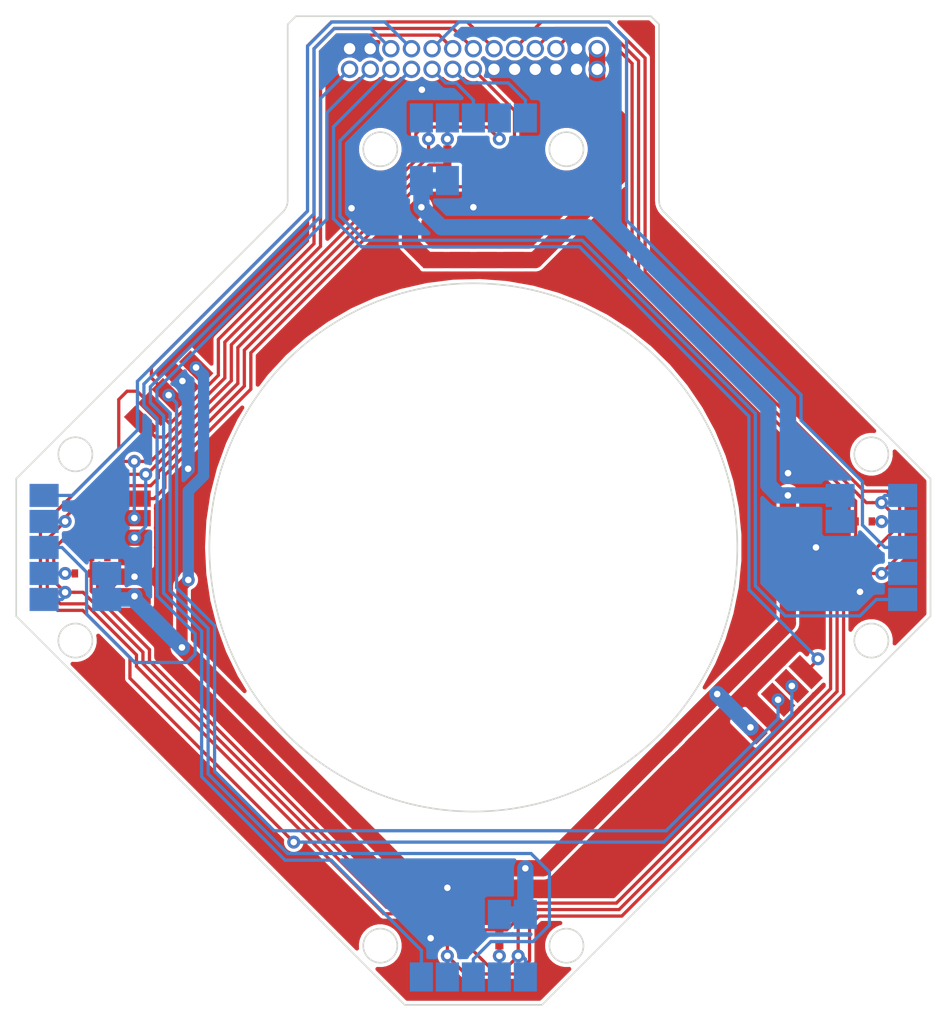
<source format=kicad_pcb>
(kicad_pcb (version 20171130) (host pcbnew "(5.1.5-rc2)")

  (general
    (thickness 1.6)
    (drawings 23)
    (tracks 483)
    (zones 0)
    (modules 17)
    (nets 24)
  )

  (page A4)
  (layers
    (0 F.Cu signal)
    (31 B.Cu signal)
    (32 B.Adhes user)
    (33 F.Adhes user)
    (34 B.Paste user)
    (35 F.Paste user)
    (36 B.SilkS user)
    (37 F.SilkS user)
    (38 B.Mask user)
    (39 F.Mask user)
    (40 Dwgs.User user)
    (41 Cmts.User user)
    (42 Eco1.User user)
    (43 Eco2.User user)
    (44 Edge.Cuts user)
    (45 Margin user)
    (46 B.CrtYd user)
    (47 F.CrtYd user)
    (48 B.Fab user)
    (49 F.Fab user)
  )

  (setup
    (last_trace_width 0.25)
    (user_trace_width 0.18)
    (user_trace_width 0.2)
    (user_trace_width 0.3)
    (user_trace_width 0.5)
    (user_trace_width 0.7)
    (user_trace_width 0.8)
    (user_trace_width 0.9)
    (user_trace_width 1)
    (user_trace_width 1.1)
    (user_trace_width 1.4)
    (user_trace_width 2.7)
    (user_trace_width 3)
    (trace_clearance 0.2)
    (zone_clearance 0.2)
    (zone_45_only yes)
    (trace_min 0.18)
    (via_size 0.8)
    (via_drill 0.4)
    (via_min_size 0.4)
    (via_min_drill 0.3)
    (uvia_size 0.3)
    (uvia_drill 0.1)
    (uvias_allowed no)
    (uvia_min_size 0.2)
    (uvia_min_drill 0.1)
    (edge_width 0.05)
    (segment_width 0.2)
    (pcb_text_width 0.3)
    (pcb_text_size 1.5 1.5)
    (mod_edge_width 0.12)
    (mod_text_size 1 1)
    (mod_text_width 0.15)
    (pad_size 3 3)
    (pad_drill 1)
    (pad_to_mask_clearance 0.051)
    (solder_mask_min_width 0.25)
    (aux_axis_origin 0 0)
    (visible_elements FFFDFFFF)
    (pcbplotparams
      (layerselection 0x010f0_ffffffff)
      (usegerberextensions true)
      (usegerberattributes false)
      (usegerberadvancedattributes false)
      (creategerberjobfile false)
      (excludeedgelayer true)
      (linewidth 0.100000)
      (plotframeref false)
      (viasonmask false)
      (mode 1)
      (useauxorigin false)
      (hpglpennumber 1)
      (hpglpenspeed 20)
      (hpglpendiameter 15.000000)
      (psnegative false)
      (psa4output false)
      (plotreference true)
      (plotvalue true)
      (plotinvisibletext false)
      (padsonsilk false)
      (subtractmaskfromsilk true)
      (outputformat 1)
      (mirror false)
      (drillshape 0)
      (scaleselection 1)
      (outputdirectory "Customize/"))
  )

  (net 0 "")
  (net 1 GND)
  (net 2 "Net-(J4-Pad3)")
  (net 3 RST_LINE4)
  (net 4 "Net-(J2-Pad7)")
  (net 5 "Net-(J3-Pad7)")
  (net 6 "Net-(J5-Pad7)")
  (net 7 "Net-(J6-Pad7)")
  (net 8 +5V)
  (net 9 /SS_LINE3)
  (net 10 /RST_LINE3)
  (net 11 /HOLD2)
  (net 12 /SS_LINE2)
  (net 13 /SS_LINE4)
  (net 14 /RST_LINE1)
  (net 15 /RST_LINE2)
  (net 16 /SS_LINE1)
  (net 17 /HOLD1)
  (net 18 /SS_MOUSE)
  (net 19 /SDA)
  (net 20 /SCL)
  (net 21 /SCK)
  (net 22 /MOSI)
  (net 23 /MISO)

  (net_class Default "これはデフォルトのネット クラスです。"
    (clearance 0.2)
    (trace_width 0.25)
    (via_dia 0.8)
    (via_drill 0.4)
    (uvia_dia 0.3)
    (uvia_drill 0.1)
    (add_net +5V)
    (add_net /HOLD1)
    (add_net /HOLD2)
    (add_net /MISO)
    (add_net /MOSI)
    (add_net /RST_LINE1)
    (add_net /RST_LINE2)
    (add_net /RST_LINE3)
    (add_net /SCK)
    (add_net /SCL)
    (add_net /SDA)
    (add_net /SS_LINE1)
    (add_net /SS_LINE2)
    (add_net /SS_LINE3)
    (add_net /SS_LINE4)
    (add_net /SS_MOUSE)
    (add_net GND)
    (add_net "Net-(J2-Pad7)")
    (add_net "Net-(J3-Pad7)")
    (add_net "Net-(J4-Pad3)")
    (add_net "Net-(J5-Pad7)")
    (add_net "Net-(J6-Pad7)")
    (add_net RST_LINE4)
  )

  (module module:IDC_Header_Straight_26pins_P1.27mm (layer F.Cu) (tedit 5F81C23F) (tstamp 605315F0)
    (at 28.139999 2.63 180)
    (path /5C2BF391)
    (fp_text reference J1 (at 0 -3.7) (layer F.SilkS) hide
      (effects (font (size 1 1) (thickness 0.15)))
    )
    (fp_text value To-Main (at 0 -4.7) (layer F.Fab)
      (effects (font (size 1 1) (thickness 0.15)))
    )
    (fp_line (start -11.43 2.5) (end -11.43 -2.5) (layer F.Fab) (width 0.15))
    (fp_line (start -11.43 2.5) (end -1.2 2.5) (layer F.Fab) (width 0.15))
    (fp_line (start -1.2 1.7) (end -1.2 2.5) (layer F.Fab) (width 0.15))
    (fp_line (start 1.2 1.7) (end -1.2 1.7) (layer F.Fab) (width 0.15))
    (fp_line (start 1.2 2.5) (end 1.2 1.7) (layer F.Fab) (width 0.15))
    (fp_line (start 11.43 2.5) (end 1.2 2.5) (layer F.Fab) (width 0.15))
    (fp_line (start 11.43 -2.5) (end 11.43 2.5) (layer F.Fab) (width 0.15))
    (fp_line (start -11.43 -2.5) (end 11.43 -2.5) (layer F.Fab) (width 0.15))
    (pad 26 thru_hole circle (at 7.62 -0.635 180) (size 1.07 1.07) (drill 0.7) (layers *.Cu *.Mask)
      (net 9 /SS_LINE3))
    (pad 25 thru_hole circle (at 7.62 0.635 180) (size 1.07 1.07) (drill 0.7) (layers *.Cu *.Mask)
      (net 1 GND))
    (pad 24 thru_hole circle (at 6.35 -0.635 180) (size 1.07 1.07) (drill 0.7) (layers *.Cu *.Mask)
      (net 10 /RST_LINE3))
    (pad 23 thru_hole circle (at 6.35 0.635 180) (size 1.07 1.07) (drill 0.7) (layers *.Cu *.Mask)
      (net 1 GND))
    (pad 22 thru_hole circle (at 5.08 -0.635 180) (size 1.07 1.07) (drill 0.7) (layers *.Cu *.Mask)
      (net 11 /HOLD2))
    (pad 21 thru_hole circle (at 5.08 0.635 180) (size 1.07 1.07) (drill 0.7) (layers *.Cu *.Mask)
      (net 3 RST_LINE4))
    (pad 20 thru_hole circle (at 3.81 -0.635 180) (size 1.07 1.07) (drill 0.7) (layers *.Cu *.Mask)
      (net 12 /SS_LINE2))
    (pad 19 thru_hole circle (at 3.81 0.635 180) (size 1.07 1.07) (drill 0.7) (layers *.Cu *.Mask)
      (net 13 /SS_LINE4))
    (pad 18 thru_hole circle (at 2.54 -0.635 180) (size 1.07 1.07) (drill 0.7) (layers *.Cu *.Mask)
      (net 14 /RST_LINE1))
    (pad 17 thru_hole circle (at 2.54 0.635 180) (size 1.07 1.07) (drill 0.7) (layers *.Cu *.Mask)
      (net 15 /RST_LINE2))
    (pad 16 thru_hole circle (at 1.27 -0.635 180) (size 1.07 1.07) (drill 0.7) (layers *.Cu *.Mask)
      (net 16 /SS_LINE1))
    (pad 15 thru_hole circle (at 1.27 0.635 180) (size 1.07 1.07) (drill 0.7) (layers *.Cu *.Mask)
      (net 17 /HOLD1))
    (pad 14 thru_hole circle (at 0 -0.635 180) (size 1.07 1.07) (drill 0.7) (layers *.Cu *.Mask)
      (net 18 /SS_MOUSE))
    (pad 13 thru_hole circle (at 0 0.635 180) (size 1.07 1.07) (drill 0.7) (layers *.Cu *.Mask)
      (net 19 /SDA))
    (pad 12 thru_hole circle (at -1.27 -0.635 180) (size 1.07 1.07) (drill 0.7) (layers *.Cu *.Mask)
      (net 1 GND))
    (pad 11 thru_hole circle (at -1.27 0.635 180) (size 1.07 1.07) (drill 0.7) (layers *.Cu *.Mask)
      (net 20 /SCL))
    (pad 10 thru_hole circle (at -2.54 -0.635 180) (size 1.07 1.07) (drill 0.7) (layers *.Cu *.Mask)
      (net 1 GND))
    (pad 9 thru_hole circle (at -2.54 0.635 180) (size 1.07 1.07) (drill 0.7) (layers *.Cu *.Mask)
      (net 21 /SCK))
    (pad 8 thru_hole circle (at -3.81 -0.635 180) (size 1.07 1.07) (drill 0.7) (layers *.Cu *.Mask)
      (net 1 GND))
    (pad 7 thru_hole circle (at -3.81 0.635 180) (size 1.07 1.07) (drill 0.7) (layers *.Cu *.Mask)
      (net 22 /MOSI))
    (pad 6 thru_hole circle (at -5.08 -0.635 180) (size 1.07 1.07) (drill 0.7) (layers *.Cu *.Mask)
      (net 1 GND))
    (pad 5 thru_hole circle (at -5.08 0.635 180) (size 1.07 1.07) (drill 0.7) (layers *.Cu *.Mask)
      (net 23 /MISO))
    (pad 4 thru_hole circle (at -6.35 -0.635 180) (size 1.07 1.07) (drill 0.7) (layers *.Cu *.Mask)
      (net 1 GND))
    (pad 3 thru_hole circle (at -6.35 0.635 180) (size 1.07 1.07) (drill 0.7) (layers *.Cu *.Mask)
      (net 1 GND))
    (pad 2 thru_hole circle (at -7.62 -0.635 180) (size 1.07 1.07) (drill 0.7) (layers *.Cu *.Mask)
      (net 8 +5V))
    (pad 1 thru_hole circle (at -7.62 0.635 180) (size 1.07 1.07) (drill 0.7) (layers *.Cu *.Mask)
      (net 8 +5V))
  )

  (module module:CONN_SPRING_02x05_PADS (layer F.Cu) (tedit 5F9A2448) (tstamp 605316BC)
    (at 3.639999 32.6802 270)
    (path /5C2CE51D)
    (fp_text reference J6 (at 0 0.5 90) (layer F.SilkS) hide
      (effects (font (size 1 1) (thickness 0.15)))
    )
    (fp_text value Line4 (at 0 -0.5 90) (layer F.Fab)
      (effects (font (size 1 1) (thickness 0.15)))
    )
    (pad 10 smd rect (at 3.2 -1.925 270) (size 1.42 1.79) (layers B.Cu B.Paste B.Mask)
      (net 8 +5V))
    (pad 9 smd rect (at 3.2 1.925 270) (size 1.42 1.79) (layers B.Cu B.Paste B.Mask)
      (net 22 /MOSI))
    (pad 8 smd rect (at 1.6 -1.925 270) (size 1.42 1.79) (layers B.Cu B.Paste B.Mask)
      (net 8 +5V))
    (pad 7 smd rect (at 1.6 1.925 270) (size 1.42 1.79) (layers B.Cu B.Paste B.Mask)
      (net 7 "Net-(J6-Pad7)"))
    (pad 6 smd rect (at 0 -1.925 270) (size 1.42 1.79) (layers B.Cu B.Paste B.Mask)
      (net 1 GND))
    (pad 5 smd rect (at 0 1.925 270) (size 1.42 1.79) (layers B.Cu B.Paste B.Mask)
      (net 3 RST_LINE4))
    (pad 4 smd rect (at -1.6 -1.925 270) (size 1.42 1.79) (layers B.Cu B.Paste B.Mask)
      (net 1 GND))
    (pad 3 smd rect (at -1.6 1.925 270) (size 1.42 1.79) (layers B.Cu B.Paste B.Mask)
      (net 21 /SCK))
    (pad 2 smd rect (at -3.2 -1.925 270) (size 1.42 1.79) (layers B.Cu B.Paste B.Mask)
      (net 1 GND))
    (pad 1 smd rect (at -3.2 1.925 270) (size 1.42 1.79) (layers B.Cu B.Paste B.Mask)
      (net 13 /SS_LINE4))
  )

  (module module:CONN_SPRING_02x05_PADS (layer F.Cu) (tedit 5F9A2448) (tstamp 60531695)
    (at 52.639999 32.6802 90)
    (path /5C2C1037)
    (fp_text reference J5 (at 0 0.5 90) (layer F.SilkS) hide
      (effects (font (size 1 1) (thickness 0.15)))
    )
    (fp_text value Line2 (at 0 -0.5 90) (layer F.Fab)
      (effects (font (size 1 1) (thickness 0.15)))
    )
    (pad 10 smd rect (at 3.2 -1.925 90) (size 1.42 1.79) (layers B.Cu B.Paste B.Mask)
      (net 8 +5V))
    (pad 9 smd rect (at 3.2 1.925 90) (size 1.42 1.79) (layers B.Cu B.Paste B.Mask)
      (net 22 /MOSI))
    (pad 8 smd rect (at 1.6 -1.925 90) (size 1.42 1.79) (layers B.Cu B.Paste B.Mask)
      (net 8 +5V))
    (pad 7 smd rect (at 1.6 1.925 90) (size 1.42 1.79) (layers B.Cu B.Paste B.Mask)
      (net 6 "Net-(J5-Pad7)"))
    (pad 6 smd rect (at 0 -1.925 90) (size 1.42 1.79) (layers B.Cu B.Paste B.Mask)
      (net 1 GND))
    (pad 5 smd rect (at 0 1.925 90) (size 1.42 1.79) (layers B.Cu B.Paste B.Mask)
      (net 15 /RST_LINE2))
    (pad 4 smd rect (at -1.6 -1.925 90) (size 1.42 1.79) (layers B.Cu B.Paste B.Mask)
      (net 1 GND))
    (pad 3 smd rect (at -1.6 1.925 90) (size 1.42 1.79) (layers B.Cu B.Paste B.Mask)
      (net 21 /SCK))
    (pad 2 smd rect (at -3.2 -1.925 90) (size 1.42 1.79) (layers B.Cu B.Paste B.Mask)
      (net 1 GND))
    (pad 1 smd rect (at -3.2 1.925 90) (size 1.42 1.79) (layers B.Cu B.Paste B.Mask)
      (net 12 /SS_LINE2))
  )

  (module module:CONN_SPRING_02x05_PADS (layer F.Cu) (tedit 5F9A2448) (tstamp 6053166E)
    (at 28.139999 57.1802)
    (path /5C2C7AAB)
    (fp_text reference J3 (at 0 0.5) (layer F.SilkS) hide
      (effects (font (size 1 1) (thickness 0.15)))
    )
    (fp_text value Line3 (at 0 -0.5) (layer F.Fab)
      (effects (font (size 1 1) (thickness 0.15)))
    )
    (pad 10 smd rect (at 3.2 -1.925) (size 1.42 1.79) (layers B.Cu B.Paste B.Mask)
      (net 8 +5V))
    (pad 9 smd rect (at 3.2 1.925) (size 1.42 1.79) (layers B.Cu B.Paste B.Mask)
      (net 22 /MOSI))
    (pad 8 smd rect (at 1.6 -1.925) (size 1.42 1.79) (layers B.Cu B.Paste B.Mask)
      (net 8 +5V))
    (pad 7 smd rect (at 1.6 1.925) (size 1.42 1.79) (layers B.Cu B.Paste B.Mask)
      (net 5 "Net-(J3-Pad7)"))
    (pad 6 smd rect (at 0 -1.925) (size 1.42 1.79) (layers B.Cu B.Paste B.Mask)
      (net 1 GND))
    (pad 5 smd rect (at 0 1.925) (size 1.42 1.79) (layers B.Cu B.Paste B.Mask)
      (net 10 /RST_LINE3))
    (pad 4 smd rect (at -1.6 -1.925) (size 1.42 1.79) (layers B.Cu B.Paste B.Mask)
      (net 1 GND))
    (pad 3 smd rect (at -1.6 1.925) (size 1.42 1.79) (layers B.Cu B.Paste B.Mask)
      (net 21 /SCK))
    (pad 2 smd rect (at -3.2 -1.925) (size 1.42 1.79) (layers B.Cu B.Paste B.Mask)
      (net 1 GND))
    (pad 1 smd rect (at -3.2 1.925) (size 1.42 1.79) (layers B.Cu B.Paste B.Mask)
      (net 9 /SS_LINE3))
  )

  (module module:CONN_SPRING_02x05_PADS (layer F.Cu) (tedit 5F9A2448) (tstamp 60531647)
    (at 28.139999 8.1802 180)
    (path /5C2BFF58)
    (fp_text reference J2 (at 0 0.5) (layer F.SilkS) hide
      (effects (font (size 1 1) (thickness 0.15)))
    )
    (fp_text value Line1 (at 0 -0.5) (layer F.Fab)
      (effects (font (size 1 1) (thickness 0.15)))
    )
    (pad 10 smd rect (at 3.2 -1.925 180) (size 1.42 1.79) (layers B.Cu B.Paste B.Mask)
      (net 8 +5V))
    (pad 9 smd rect (at 3.2 1.925 180) (size 1.42 1.79) (layers B.Cu B.Paste B.Mask)
      (net 22 /MOSI))
    (pad 8 smd rect (at 1.6 -1.925 180) (size 1.42 1.79) (layers B.Cu B.Paste B.Mask)
      (net 8 +5V))
    (pad 7 smd rect (at 1.6 1.925 180) (size 1.42 1.79) (layers B.Cu B.Paste B.Mask)
      (net 4 "Net-(J2-Pad7)"))
    (pad 6 smd rect (at 0 -1.925 180) (size 1.42 1.79) (layers B.Cu B.Paste B.Mask)
      (net 1 GND))
    (pad 5 smd rect (at 0 1.925 180) (size 1.42 1.79) (layers B.Cu B.Paste B.Mask)
      (net 14 /RST_LINE1))
    (pad 4 smd rect (at -1.6 -1.925 180) (size 1.42 1.79) (layers B.Cu B.Paste B.Mask)
      (net 1 GND))
    (pad 3 smd rect (at -1.6 1.925 180) (size 1.42 1.79) (layers B.Cu B.Paste B.Mask)
      (net 21 /SCK))
    (pad 2 smd rect (at -3.2 -1.925 180) (size 1.42 1.79) (layers B.Cu B.Paste B.Mask)
      (net 1 GND))
    (pad 1 smd rect (at -3.2 1.925 180) (size 1.42 1.79) (layers B.Cu B.Paste B.Mask)
      (net 16 /SS_LINE1))
  )

  (module module:1005 (layer F.Cu) (tedit 5BA72218) (tstamp 605315C1)
    (at 5.109999 33.2802 180)
    (path /5F9A54A5)
    (fp_text reference R13 (at 0 -0.77) (layer F.SilkS) hide
      (effects (font (size 1 1) (thickness 0.15)))
    )
    (fp_text value 0 (at 0 -1.77) (layer F.Fab)
      (effects (font (size 1 1) (thickness 0.15)))
    )
    (pad 2 smd rect (at 0.5 0 180) (size 0.4 0.5) (layers F.Cu F.Paste F.Mask)
      (net 23 /MISO))
    (pad 1 smd rect (at -0.5 0 180) (size 0.4 0.5) (layers F.Cu F.Paste F.Mask)
      (net 2 "Net-(J4-Pad3)"))
  )

  (module module:1005 (layer F.Cu) (tedit 5BA72218) (tstamp 605315B2)
    (at 4.109999 34.2802)
    (path /5F9A467E)
    (fp_text reference R12 (at 0 -0.77) (layer F.SilkS) hide
      (effects (font (size 1 1) (thickness 0.15)))
    )
    (fp_text value 0 (at 0 -1.77) (layer F.Fab)
      (effects (font (size 1 1) (thickness 0.15)))
    )
    (pad 2 smd rect (at 0.5 0) (size 0.4 0.5) (layers F.Cu F.Paste F.Mask)
      (net 23 /MISO))
    (pad 1 smd rect (at -0.5 0) (size 0.4 0.5) (layers F.Cu F.Paste F.Mask)
      (net 7 "Net-(J6-Pad7)"))
  )

  (module module:1005 (layer F.Cu) (tedit 5BA72218) (tstamp 605315A3)
    (at 52.169999 31.0802 180)
    (path /5F9A32A0)
    (fp_text reference R11 (at 0 -0.77) (layer F.SilkS) hide
      (effects (font (size 1 1) (thickness 0.15)))
    )
    (fp_text value 0 (at 0 -1.77) (layer F.Fab)
      (effects (font (size 1 1) (thickness 0.15)))
    )
    (pad 2 smd rect (at 0.5 0 180) (size 0.4 0.5) (layers F.Cu F.Paste F.Mask)
      (net 23 /MISO))
    (pad 1 smd rect (at -0.5 0 180) (size 0.4 0.5) (layers F.Cu F.Paste F.Mask)
      (net 6 "Net-(J5-Pad7)"))
  )

  (module module:1005 (layer F.Cu) (tedit 5BA72218) (tstamp 60531594)
    (at 29.739999 56.7102 90)
    (path /5F9A3C17)
    (fp_text reference R10 (at 0 -0.77 90) (layer F.SilkS) hide
      (effects (font (size 1 1) (thickness 0.15)))
    )
    (fp_text value 0 (at 0 -1.77 90) (layer F.Fab)
      (effects (font (size 1 1) (thickness 0.15)))
    )
    (pad 2 smd rect (at 0.5 0 90) (size 0.4 0.5) (layers F.Cu F.Paste F.Mask)
      (net 23 /MISO))
    (pad 1 smd rect (at -0.5 0 90) (size 0.4 0.5) (layers F.Cu F.Paste F.Mask)
      (net 5 "Net-(J3-Pad7)"))
  )

  (module module:1005 (layer F.Cu) (tedit 5BA72218) (tstamp 60531585)
    (at 26.539999 8.6502 270)
    (path /5F9A11C3)
    (fp_text reference R9 (at 0 -0.77 90) (layer F.SilkS) hide
      (effects (font (size 1 1) (thickness 0.15)))
    )
    (fp_text value 0 (at 0 -1.77 90) (layer F.Fab)
      (effects (font (size 1 1) (thickness 0.15)))
    )
    (pad 2 smd rect (at 0.5 0 270) (size 0.4 0.5) (layers F.Cu F.Paste F.Mask)
      (net 23 /MISO))
    (pad 1 smd rect (at -0.5 0 270) (size 0.4 0.5) (layers F.Cu F.Paste F.Mask)
      (net 4 "Net-(J2-Pad7)"))
  )

  (module module:CONN_01x05 (layer F.Cu) (tedit 5F9A430B) (tstamp 60531570)
    (at 10.569999 20.44 225)
    (path /5C315CC5)
    (fp_text reference J8 (at 0 -1.27 45) (layer F.SilkS) hide
      (effects (font (size 1 1) (thickness 0.15)))
    )
    (fp_text value ENCODER (at 0 -1.27 45) (layer F.Fab)
      (effects (font (size 1 1) (thickness 0.15)))
    )
    (pad 5 smd rect (at 5.267804 -1.189919 225) (size 1 2) (layers F.Cu F.Paste F.Mask)
      (net 17 /HOLD1))
    (pad 4 smd rect (at 4.067773 -1.18999 225) (size 1 2) (layers F.Cu F.Paste F.Mask)
      (net 19 /SDA))
    (pad 3 smd rect (at 2.867813 -1.18999 225) (size 1 2) (layers F.Cu F.Paste F.Mask)
      (net 20 /SCL))
    (pad 2 smd rect (at 1.667782 -1.189919 225) (size 1 2) (layers F.Cu F.Paste F.Mask)
      (net 1 GND))
    (pad 1 smd rect (at 0.467751 -1.18999 225) (size 1 2) (layers F.Cu F.Paste F.Mask)
      (net 8 +5V))
  )

  (module module:CONN_01x05 (layer F.Cu) (tedit 5F9A4DE9) (tstamp 60531558)
    (at 46.896399 42.0512 45)
    (path /5C309FFF)
    (fp_text reference J7 (at 0 -1.27 45) (layer F.SilkS) hide
      (effects (font (size 1 1) (thickness 0.15)))
    )
    (fp_text value ENCODER (at 0 -1.27 45) (layer F.Fab)
      (effects (font (size 1 1) (thickness 0.15)))
    )
    (pad 5 smd rect (at 2.400062 0 45) (size 1 2) (layers F.Cu F.Paste F.Mask)
      (net 11 /HOLD2))
    (pad 4 smd rect (at 1.200031 -0.000071 45) (size 1 2) (layers F.Cu F.Paste F.Mask)
      (net 19 /SDA))
    (pad 3 smd rect (at 0 0 45) (size 1 2) (layers F.Cu F.Paste F.Mask)
      (net 20 /SCL))
    (pad 2 smd rect (at -1.19996 0 45) (size 1 2) (layers F.Cu F.Paste F.Mask)
      (net 1 GND))
    (pad 1 smd rect (at -2.399991 -0.000071 45) (size 1 2) (layers F.Cu F.Paste F.Mask)
      (net 8 +5V))
  )

  (module module:CONN_01x06 (layer F.Cu) (tedit 5F9A46B9) (tstamp 6053153E)
    (at 7.279999 32.72 90)
    (path /5C309E03)
    (fp_text reference J4 (at 0 -1.27 90) (layer F.SilkS) hide
      (effects (font (size 1 1) (thickness 0.15)))
    )
    (fp_text value MOUSE (at 0 -1.27 90) (layer F.Fab)
      (effects (font (size 1 1) (thickness 0.15)))
    )
    (pad 6 smd rect (at 3.0398 0 90) (size 1 2) (layers F.Cu F.Paste F.Mask)
      (net 18 /SS_MOUSE))
    (pad 5 smd rect (at 1.8398 0 90) (size 1 2) (layers F.Cu F.Paste F.Mask)
      (net 21 /SCK))
    (pad 4 smd rect (at 0.6398 0 90) (size 1 2) (layers F.Cu F.Paste F.Mask)
      (net 22 /MOSI))
    (pad 3 smd rect (at -0.5602 0 90) (size 1 2) (layers F.Cu F.Paste F.Mask)
      (net 2 "Net-(J4-Pad3)"))
    (pad 2 smd rect (at -1.7602 0 90) (size 1 2) (layers F.Cu F.Paste F.Mask)
      (net 1 GND))
    (pad 1 smd rect (at -2.9602 0 90) (size 1 2) (layers F.Cu F.Paste F.Mask)
      (net 8 +5V))
  )

  (module module:2012 (layer F.Cu) (tedit 5F963389) (tstamp 6053152B)
    (at 27.314999 14.0002 90)
    (path /5F9AD28D)
    (fp_text reference C12 (at 0 0.5 90) (layer F.SilkS) hide
      (effects (font (size 1 1) (thickness 0.15)))
    )
    (fp_text value 10u (at 0 -0.5 90) (layer F.Fab)
      (effects (font (size 1 1) (thickness 0.15)))
    )
    (pad 2 smd rect (at 1 0 90) (size 1 1.25) (layers F.Cu F.Paste F.Mask)
      (net 1 GND))
    (pad 1 smd rect (at -1 0 90) (size 1 1.25) (layers F.Cu F.Paste F.Mask)
      (net 8 +5V))
  )

  (module module:2012 (layer F.Cu) (tedit 5F963389) (tstamp 6053151C)
    (at 28.964999 14.0002 90)
    (path /5F9AC665)
    (fp_text reference C11 (at 0 0.5 90) (layer F.SilkS) hide
      (effects (font (size 1 1) (thickness 0.15)))
    )
    (fp_text value 10u (at 0 -0.5 90) (layer F.Fab)
      (effects (font (size 1 1) (thickness 0.15)))
    )
    (pad 2 smd rect (at 1 0 90) (size 1 1.25) (layers F.Cu F.Paste F.Mask)
      (net 1 GND))
    (pad 1 smd rect (at -1 0 90) (size 1 1.25) (layers F.Cu F.Paste F.Mask)
      (net 8 +5V))
  )

  (module module:2012 (layer F.Cu) (tedit 5F963389) (tstamp 6053150D)
    (at 25.664999 14.0002 90)
    (path /5F9ABE8D)
    (fp_text reference C10 (at 0 0.5 90) (layer F.SilkS) hide
      (effects (font (size 1 1) (thickness 0.15)))
    )
    (fp_text value 10u (at 0 -0.5 90) (layer F.Fab)
      (effects (font (size 1 1) (thickness 0.15)))
    )
    (pad 2 smd rect (at 1 0 90) (size 1 1.25) (layers F.Cu F.Paste F.Mask)
      (net 1 GND))
    (pad 1 smd rect (at -1 0 90) (size 1 1.25) (layers F.Cu F.Paste F.Mask)
      (net 8 +5V))
  )

  (module module:2012 (layer F.Cu) (tedit 5F963389) (tstamp 605314FE)
    (at 30.614999 14.0002 90)
    (path /5F9AB118)
    (fp_text reference C1 (at 0 0.5 90) (layer F.SilkS) hide
      (effects (font (size 1 1) (thickness 0.15)))
    )
    (fp_text value 10u (at 0 -0.5 90) (layer F.Fab)
      (effects (font (size 1 1) (thickness 0.15)))
    )
    (pad 2 smd rect (at 1 0 90) (size 1 1.25) (layers F.Cu F.Paste F.Mask)
      (net 1 GND))
    (pad 1 smd rect (at -1 0 90) (size 1 1.25) (layers F.Cu F.Paste F.Mask)
      (net 8 +5V))
  )

  (gr_line (start 39.569999 0.5) (end 39.069999 0) (layer Edge.Cuts) (width 0.1) (tstamp 605314F7))
  (gr_line (start 16.709999 0.5) (end 17.209999 0) (layer Edge.Cuts) (width 0.1) (tstamp 605314F4))
  (gr_line (start 16.709999 0.5) (end 16.709999 11.325998) (layer Edge.Cuts) (width 0.1) (tstamp 605314F1))
  (gr_line (start 39.569999 0.5) (end 39.569999 11.325998) (layer Edge.Cuts) (width 0.1) (tstamp 605314EE))
  (gr_line (start 17.209999 0) (end 39.069999 0) (layer Edge.Cuts) (width 0.1) (tstamp 605314EB))
  (gr_arc (start 40.569999 11.325998) (end 39.569999 11.325998) (angle -45) (layer Edge.Cuts) (width 0.1) (tstamp 605314E8))
  (gr_line (start 56.28 28.450211) (end 39.862893 12.033105) (layer Edge.Cuts) (width 0.1) (tstamp 605314E5))
  (gr_line (start 56.28 36.910211) (end 56.28 28.450211) (layer Edge.Cuts) (width 0.1) (tstamp 605314E2))
  (gr_line (start 32.369999 60.820211) (end 56.28 36.910211) (layer Edge.Cuts) (width 0.1) (tstamp 605314DF))
  (gr_line (start 23.909999 60.820211) (end 32.369999 60.820211) (layer Edge.Cuts) (width 0.1) (tstamp 605314DC))
  (gr_line (start 0 36.910211) (end 23.909999 60.820211) (layer Edge.Cuts) (width 0.1) (tstamp 605314D9))
  (gr_line (start 0 28.450211) (end 0 36.910211) (layer Edge.Cuts) (width 0.1) (tstamp 605314D6))
  (gr_arc (start 15.709999 11.325998) (end 16.417106 12.033105) (angle -45) (layer Edge.Cuts) (width 0.1) (tstamp 605314D3))
  (gr_line (start 16.417106 12.033105) (end 0 28.450211) (layer Edge.Cuts) (width 0.1) (tstamp 605314D0))
  (gr_circle (center 28.14 32.680211) (end 28.14 48.930211) (layer Edge.Cuts) (width 0.1) (tstamp 605314CD))
  (gr_circle (center 22.409999 8.180211) (end 22.409999 9.230211) (layer Edge.Cuts) (width 0.1) (tstamp 605314CA))
  (gr_circle (center 33.869999 8.180211) (end 33.869999 9.230211) (layer Edge.Cuts) (width 0.1) (tstamp 605314C7))
  (gr_circle (center 52.64 26.950211) (end 52.64 28.000211) (layer Edge.Cuts) (width 0.1) (tstamp 605314C4))
  (gr_circle (center 52.64 38.410211) (end 52.64 39.460211) (layer Edge.Cuts) (width 0.1) (tstamp 605314C1))
  (gr_circle (center 33.87 57.180211) (end 33.87 58.230211) (layer Edge.Cuts) (width 0.1) (tstamp 605314BE))
  (gr_circle (center 22.41 57.180211) (end 22.41 58.230211) (layer Edge.Cuts) (width 0.1) (tstamp 605314BB))
  (gr_circle (center 3.64 38.410211) (end 3.64 39.460211) (layer Edge.Cuts) (width 0.1) (tstamp 605314B8))
  (gr_circle (center 3.64 26.950211) (end 3.64 28.000211) (layer Edge.Cuts) (width 0.1) (tstamp 605314B5))

  (segment (start 34.489999 1.995) (end 34.489999 3.265) (width 1) (layer F.Cu) (net 1) (tstamp 60531C7A))
  (segment (start 34.489999 3.265) (end 29.409999 3.265) (width 1) (layer F.Cu) (net 1) (tstamp 60531C80))
  (segment (start 25.664999 13.0002) (end 30.614999 13.0002) (width 1) (layer F.Cu) (net 1) (tstamp 60531C83))
  (segment (start 32.239999 13.0002) (end 30.614999 13.0002) (width 1) (layer F.Cu) (net 1) (tstamp 60531C7D))
  (segment (start 35.869999 9.3702) (end 32.239999 13.0002) (width 1) (layer F.Cu) (net 1) (tstamp 60531BD5))
  (segment (start 35.869999 6.810769) (end 35.869999 9.3702) (width 1) (layer F.Cu) (net 1) (tstamp 60531C5C))
  (segment (start 34.489999 5.430769) (end 35.869999 6.810769) (width 1) (layer F.Cu) (net 1) (tstamp 60531C08))
  (segment (start 34.489999 3.265) (end 34.489999 5.430769) (width 1) (layer F.Cu) (net 1) (tstamp 60531BED))
  (segment (start 28.139999 10.1052) (end 31.339999 10.1052) (width 1) (layer B.Cu) (net 1) (tstamp 60531C65))
  (segment (start 5.564999 32.6802) (end 5.564999 29.4802) (width 1) (layer B.Cu) (net 1) (tstamp 60531C5F))
  (segment (start 28.139999 55.2552) (end 24.939999 55.2552) (width 1) (layer B.Cu) (net 1) (tstamp 60531C23))
  (segment (start 50.714999 35.8802) (end 50.714999 32.6802) (width 1) (layer B.Cu) (net 1) (tstamp 60531C59))
  (via (at 28.139999 11.75) (size 0.8) (drill 0.4) (layers F.Cu B.Cu) (net 1) (tstamp 60531C4D))
  (segment (start 28.139999 10.1052) (end 28.139999 11.75) (width 1) (layer B.Cu) (net 1) (tstamp 60531BAB))
  (segment (start 28.219799 13.0002) (end 28.964999 13.0002) (width 1) (layer F.Cu) (net 1) (tstamp 60531C17))
  (segment (start 28.139999 12.9204) (end 28.219799 13.0002) (width 1) (layer F.Cu) (net 1) (tstamp 60531C44))
  (segment (start 28.139999 11.75) (end 28.139999 12.9204) (width 1) (layer F.Cu) (net 1) (tstamp 60531BEA))
  (via (at 47.509999 28.11) (size 0.8) (drill 0.4) (layers F.Cu B.Cu) (net 1) (tstamp 60531BF9))
  (via (at 49.229999 32.68) (size 0.8) (drill 0.4) (layers F.Cu B.Cu) (net 1) (tstamp 60531C68))
  (segment (start 50.714799 32.68) (end 50.714999 32.6802) (width 1) (layer B.Cu) (net 1) (tstamp 60531BD8))
  (segment (start 49.229999 32.68) (end 50.714799 32.68) (width 1) (layer B.Cu) (net 1) (tstamp 60531BE4))
  (segment (start 21.789999 1.995) (end 20.519999 1.995) (width 1) (layer F.Cu) (net 1) (tstamp 60531BCC))
  (via (at 7.279999 34.4802) (size 0.8) (drill 0.4) (layers F.Cu B.Cu) (net 1) (tstamp 60531C2F))
  (via (at 26.539999 53.62) (size 0.8) (drill 0.4) (layers F.Cu B.Cu) (net 1) (tstamp 60531C0B))
  (segment (start 26.539999 55.2552) (end 26.539999 53.62) (width 1) (layer B.Cu) (net 1) (tstamp 60531C1A))
  (segment (start 23.291934 53.62) (end 8.999988 39.328054) (width 1) (layer F.Cu) (net 1) (tstamp 60531BC3))
  (segment (start 26.539999 53.62) (end 23.291934 53.62) (width 1) (layer F.Cu) (net 1) (tstamp 60531C05))
  (segment (start 8.999988 39.328054) (end 8.999988 34.64294) (width 1) (layer F.Cu) (net 1) (tstamp 60531BC9))
  (segment (start 8.999988 34.64294) (end 8.837248 34.4802) (width 1) (layer F.Cu) (net 1) (tstamp 60531C47))
  (segment (start 8.837248 34.4802) (end 7.279999 34.4802) (width 1) (layer F.Cu) (net 1) (tstamp 60531BF3))
  (segment (start 46.047899 42.8997) (end 46.047871 42.8997) (width 0.2) (layer F.Cu) (net 1) (tstamp 60531C29))
  (segment (start 27.105684 53.62) (end 26.539999 53.62) (width 1) (layer F.Cu) (net 1) (tstamp 60531BC0))
  (segment (start 30.842938 53.630011) (end 30.832927 53.62) (width 1) (layer F.Cu) (net 1) (tstamp 60531BFF))
  (segment (start 41.574239 44.975827) (end 41.574098 44.993716) (width 1) (layer F.Cu) (net 1) (tstamp 60531BC6))
  (segment (start 41.765858 44.781173) (end 41.574239 44.975827) (width 1) (layer F.Cu) (net 1) (tstamp 60531BAE))
  (segment (start 40.481536 46.061787) (end 32.91331 53.630011) (width 1) (layer F.Cu) (net 1) (tstamp 60531C02))
  (segment (start 41.574098 44.993716) (end 41.181864 45.379835) (width 1) (layer F.Cu) (net 1) (tstamp 60531BB4))
  (segment (start 30.832927 53.62) (end 27.105684 53.62) (width 1) (layer F.Cu) (net 1) (tstamp 60531C2C))
  (segment (start 41.765897 44.777423) (end 41.765926 44.781005) (width 1) (layer F.Cu) (net 1) (tstamp 60531C14))
  (segment (start 41.765857 44.781074) (end 41.765858 44.781173) (width 1) (layer F.Cu) (net 1) (tstamp 60531BBA))
  (segment (start 41.180694 45.409613) (end 40.703762 45.850484) (width 1) (layer F.Cu) (net 1) (tstamp 60531C62))
  (segment (start 41.765926 44.781005) (end 41.765857 44.781074) (width 1) (layer F.Cu) (net 1) (tstamp 60531BCF))
  (segment (start 40.703762 45.850484) (end 40.489053 46.061846) (width 1) (layer F.Cu) (net 1) (tstamp 60531C50))
  (segment (start 41.181864 45.379835) (end 41.180694 45.409613) (width 1) (layer F.Cu) (net 1) (tstamp 60531BB1))
  (segment (start 40.489053 46.061846) (end 40.481536 46.061787) (width 1) (layer F.Cu) (net 1) (tstamp 60531BBD))
  (segment (start 47.101391 39.44193) (end 41.765897 44.777423) (width 1) (layer F.Cu) (net 1) (tstamp 60531BA8))
  (segment (start 49.229999 37.313422) (end 47.101491 39.44193) (width 1) (layer F.Cu) (net 1) (tstamp 60531BFC))
  (segment (start 49.229999 32.68) (end 49.229999 37.313422) (width 1) (layer F.Cu) (net 1) (tstamp 60531C56))
  (segment (start 32.91331 53.630011) (end 30.842938 53.630011) (width 1) (layer F.Cu) (net 1) (tstamp 60531BB7))
  (segment (start 47.101491 39.44193) (end 47.101391 39.44193) (width 1) (layer F.Cu) (net 1) (tstamp 60531BF6))
  (segment (start 44.929999 41.613322) (end 47.101391 39.44193) (width 0.9) (layer F.Cu) (net 1) (tstamp 60531BD2))
  (segment (start 44.929999 41.7818) (end 44.929999 41.613322) (width 0.9) (layer F.Cu) (net 1) (tstamp 60531C32))
  (segment (start 46.047899 42.8997) (end 44.929999 41.7818) (width 0.9) (layer F.Cu) (net 1) (tstamp 60531C11))
  (segment (start 7.279999 33.2802) (end 7.279999 34.4802) (width 0.7) (layer B.Cu) (net 1) (tstamp 60531BDE))
  (segment (start 7.019998 33.020199) (end 7.279999 33.2802) (width 0.7) (layer B.Cu) (net 1) (tstamp 60531C26))
  (segment (start 5.904998 33.020199) (end 7.019998 33.020199) (width 0.7) (layer B.Cu) (net 1) (tstamp 60531BE1))
  (segment (start 5.564999 32.6802) (end 5.904998 33.020199) (width 0.7) (layer B.Cu) (net 1) (tstamp 60531BDB))
  (via (at 10.229999 22.44) (size 0.8) (drill 0.4) (layers F.Cu B.Cu) (net 1) (tstamp 60531C3B))
  (segment (start 10.232099 22.4421) (end 10.229999 22.44) (width 0.7) (layer F.Cu) (net 1) (tstamp 60531BE7))
  (segment (start 10.232099 22.4607) (end 10.232099 22.4421) (width 0.7) (layer F.Cu) (net 1) (tstamp 60531C35))
  (segment (start 10.579989 28.405685) (end 10.579989 27.84) (width 0.7) (layer F.Cu) (net 1) (tstamp 60531BF0))
  (segment (start 10.629998 27.789991) (end 10.579989 27.84) (width 0.7) (layer B.Cu) (net 1) (tstamp 60531C3E))
  (segment (start 10.579989 32.88021) (end 10.579989 28.405685) (width 0.7) (layer F.Cu) (net 1) (tstamp 60531C71))
  (segment (start 8.979999 34.4802) (end 10.579989 32.88021) (width 0.7) (layer F.Cu) (net 1) (tstamp 60531C53))
  (segment (start 7.279999 34.4802) (end 8.979999 34.4802) (width 0.7) (layer F.Cu) (net 1) (tstamp 60531C6B))
  (via (at 10.579989 27.84) (size 0.8) (drill 0.4) (layers F.Cu B.Cu) (net 1) (tstamp 60531C4A))
  (segment (start 10.229999 22.44) (end 10.629998 22.839999) (width 0.7) (layer B.Cu) (net 1) (tstamp 60531C41))
  (segment (start 10.629998 22.839999) (end 10.629998 27.789991) (width 0.7) (layer B.Cu) (net 1) (tstamp 60531C0E))
  (segment (start 28.139999 11.75) (end 35.634156 11.75) (width 1) (layer B.Cu) (net 1) (tstamp 60531C6E))
  (segment (start 47.509999 23.625843) (end 47.509999 27.544315) (width 1) (layer B.Cu) (net 1) (tstamp 60531C20))
  (segment (start 47.509999 27.544315) (end 47.509999 28.11) (width 1) (layer B.Cu) (net 1) (tstamp 60531C1D))
  (segment (start 35.634156 11.75) (end 47.509999 23.625843) (width 1) (layer B.Cu) (net 1) (tstamp 60531C38))
  (segment (start 48.418613 28.11) (end 49.229999 28.921386) (width 1) (layer F.Cu) (net 1) (tstamp 60531B9F))
  (segment (start 47.509999 28.11) (end 48.418613 28.11) (width 1) (layer F.Cu) (net 1) (tstamp 60531BA5))
  (segment (start 49.229999 28.921386) (end 49.229999 32.114315) (width 1) (layer F.Cu) (net 1) (tstamp 60531B96))
  (segment (start 49.229999 32.114315) (end 49.229999 32.68) (width 1) (layer F.Cu) (net 1) (tstamp 60531B90))
  (via (at 51.939999 35.41) (size 0.8) (drill 0.4) (layers F.Cu B.Cu) (net 1) (tstamp 60531BA2))
  (via (at 25.509999 56.72) (size 0.8) (drill 0.4) (layers F.Cu B.Cu) (net 1) (tstamp 60531B99))
  (via (at 20.639999 11.81) (size 0.8) (drill 0.4) (layers F.Cu B.Cu) (net 1) (tstamp 60531B93))
  (via (at 24.969999 4.52) (size 0.8) (drill 0.4) (layers F.Cu B.Cu) (net 1) (tstamp 60531B9C))
  (segment (start 30.2798 4.100001) (end 27.705 4.100001) (width 0.2) (layer B.Cu) (net 16) (tstamp 60531B84))
  (segment (start 31.339999 5.1602) (end 30.2798 4.100001) (width 0.2) (layer B.Cu) (net 16) (tstamp 60531B6F))
  (segment (start 31.339999 6.2552) (end 31.339999 5.1602) (width 0.2) (layer B.Cu) (net 16) (tstamp 60531B72))
  (segment (start 27.404998 3.799999) (end 26.869999 3.265) (width 0.2) (layer B.Cu) (net 16) (tstamp 60531B7E))
  (segment (start 27.705 4.100001) (end 27.404998 3.799999) (width 0.2) (layer B.Cu) (net 16) (tstamp 60531B78))
  (segment (start 26.134998 3.799999) (end 25.599999 3.265) (width 0.2) (layer B.Cu) (net 14) (tstamp 60531B7B))
  (segment (start 27.089799 4.11) (end 26.444999 4.11) (width 0.2) (layer B.Cu) (net 14) (tstamp 60531B81))
  (segment (start 26.444999 4.11) (end 26.134998 3.799999) (width 0.2) (layer B.Cu) (net 14) (tstamp 60531B75))
  (segment (start 28.139999 5.1602) (end 27.089799 4.11) (width 0.2) (layer B.Cu) (net 14) (tstamp 60531B8D))
  (segment (start 28.139999 6.2552) (end 28.139999 5.1602) (width 0.2) (layer B.Cu) (net 14) (tstamp 60531B87))
  (segment (start 19.985 3.799999) (end 20.519999 3.265) (width 0.2) (layer B.Cu) (net 9) (tstamp 60531B8A))
  (segment (start 18.730021 5.054978) (end 19.985 3.799999) (width 0.2) (layer B.Cu) (net 9) (tstamp 60531B63))
  (segment (start 18.730021 12.321378) (end 18.730021 5.054978) (width 0.2) (layer B.Cu) (net 9) (tstamp 60531B66))
  (segment (start 8.260021 22.791378) (end 18.730021 12.321378) (width 0.2) (layer B.Cu) (net 9) (tstamp 60531B6C))
  (segment (start 8.260021 23.774322) (end 8.260021 22.791378) (width 0.2) (layer B.Cu) (net 9) (tstamp 60531B69))
  (segment (start 9.069976 24.584277) (end 8.260021 23.774322) (width 0.2) (layer B.Cu) (net 9) (tstamp 60531B5A))
  (segment (start 11.409977 37.82738) (end 9.069976 35.487379) (width 0.2) (layer B.Cu) (net 9) (tstamp 60531B54))
  (segment (start 24.939999 59.1052) (end 24.939999 57.469576) (width 0.2) (layer B.Cu) (net 9) (tstamp 60531B3C))
  (segment (start 11.409977 46.779978) (end 11.409977 37.82738) (width 0.2) (layer B.Cu) (net 9) (tstamp 60531B4E))
  (segment (start 19.390423 51.92) (end 16.549999 51.92) (width 0.2) (layer B.Cu) (net 9) (tstamp 60531B45))
  (segment (start 16.549999 51.92) (end 11.409977 46.779978) (width 0.2) (layer B.Cu) (net 9) (tstamp 60531B48))
  (segment (start 9.069976 35.487379) (end 9.069976 24.584277) (width 0.2) (layer B.Cu) (net 9) (tstamp 60531B4B))
  (segment (start 24.939999 57.469576) (end 19.390423 51.92) (width 0.2) (layer B.Cu) (net 9) (tstamp 60531B51))
  (segment (start 31.810001 56.9302) (end 32.819999 55.920202) (width 0.2) (layer B.Cu) (net 10) (tstamp 60531B39))
  (segment (start 32.819999 55.920202) (end 32.819999 52.64) (width 0.2) (layer B.Cu) (net 10) (tstamp 60531B33))
  (segment (start 32.819999 52.64) (end 31.689999 51.51) (width 0.2) (layer B.Cu) (net 10) (tstamp 60531B2D))
  (segment (start 16.705699 51.51) (end 11.809988 46.614289) (width 0.2) (layer B.Cu) (net 10) (tstamp 60531B27))
  (segment (start 31.689999 51.51) (end 16.705699 51.51) (width 0.2) (layer B.Cu) (net 10) (tstamp 60531B21))
  (segment (start 28.139999 58.0102) (end 29.219999 56.9302) (width 0.2) (layer B.Cu) (net 10) (tstamp 60531B1B))
  (segment (start 28.139999 59.1052) (end 28.139999 58.0102) (width 0.2) (layer B.Cu) (net 10) (tstamp 60531B15))
  (segment (start 29.219999 56.9302) (end 31.810001 56.9302) (width 0.2) (layer B.Cu) (net 10) (tstamp 60531B0F))
  (segment (start 11.809988 46.614289) (end 11.809988 37.661691) (width 0.2) (layer B.Cu) (net 10) (tstamp 60531B09))
  (segment (start 9.469987 35.32169) (end 9.469987 24.418588) (width 0.2) (layer B.Cu) (net 10) (tstamp 60531B03))
  (segment (start 9.469987 24.418588) (end 8.660032 23.608633) (width 0.2) (layer B.Cu) (net 10) (tstamp 60531B2A))
  (segment (start 11.809988 37.661691) (end 9.469987 35.32169) (width 0.2) (layer B.Cu) (net 10) (tstamp 60531B57))
  (segment (start 19.130032 5.924967) (end 21.255 3.799999) (width 0.2) (layer B.Cu) (net 10) (tstamp 60531B18))
  (segment (start 8.660032 22.957067) (end 19.130032 12.487067) (width 0.2) (layer B.Cu) (net 10) (tstamp 60531B12))
  (segment (start 8.660032 23.608633) (end 8.660032 22.957067) (width 0.2) (layer B.Cu) (net 10) (tstamp 60531B1E))
  (segment (start 19.130032 12.487067) (end 19.130032 5.924967) (width 0.2) (layer B.Cu) (net 10) (tstamp 60531B06))
  (segment (start 21.255 3.799999) (end 21.789999 3.265) (width 0.2) (layer B.Cu) (net 10) (tstamp 60531B36))
  (segment (start 8.479999 29.6802) (end 7.279999 29.6802) (width 0.2) (layer F.Cu) (net 18) (tstamp 60531B42))
  (segment (start 9.149999 29.0102) (end 8.479999 29.6802) (width 0.2) (layer F.Cu) (net 18) (tstamp 60531B3F))
  (segment (start 9.149999 28.233988) (end 9.149999 29.0102) (width 0.2) (layer F.Cu) (net 18) (tstamp 60531B0C))
  (segment (start 14.441424 22.942563) (end 9.149999 28.233988) (width 0.2) (layer F.Cu) (net 18) (tstamp 60531B30))
  (segment (start 29.450009 10.48999) (end 24.658824 10.48999) (width 0.2) (layer F.Cu) (net 18) (tstamp 60531B24))
  (segment (start 30.669999 9.27) (end 29.450009 10.48999) (width 0.2) (layer F.Cu) (net 18) (tstamp 60531B60))
  (segment (start 24.658824 10.48999) (end 14.441424 20.70739) (width 0.2) (layer F.Cu) (net 18) (tstamp 60531B5D))
  (segment (start 30.669999 5.795) (end 30.669999 9.27) (width 0.2) (layer F.Cu) (net 18) (tstamp 60531B00))
  (segment (start 14.441424 20.70739) (end 14.441424 22.942563) (width 0.2) (layer F.Cu) (net 18) (tstamp 60531AFD))
  (segment (start 28.139999 3.265) (end 30.669999 5.795) (width 0.2) (layer F.Cu) (net 18) (tstamp 60531AFA))
  (segment (start 5.609999 33.2802) (end 7.279999 33.2802) (width 0.2) (layer F.Cu) (net 2) (tstamp 60531AF7))
  (segment (start 23.795 3.799999) (end 24.329999 3.265) (width 0.2) (layer B.Cu) (net 12) (tstamp 60531AF4))
  (segment (start 19.930054 7.664945) (end 23.795 3.799999) (width 0.2) (layer B.Cu) (net 12) (tstamp 60531AF1))
  (segment (start 19.930054 12.294355) (end 19.930054 7.664945) (width 0.2) (layer B.Cu) (net 12) (tstamp 60531AEE))
  (segment (start 21.415688 13.779989) (end 19.930054 12.294355) (width 0.2) (layer B.Cu) (net 12) (tstamp 60531AEB))
  (segment (start 34.835688 13.779989) (end 21.415688 13.779989) (width 0.2) (layer B.Cu) (net 12) (tstamp 60531AE8))
  (segment (start 47.3402 36.890201) (end 45.50001 35.050011) (width 0.2) (layer B.Cu) (net 12) (tstamp 60531AE5))
  (segment (start 52.946077 35.8802) (end 51.936076 36.890201) (width 0.2) (layer B.Cu) (net 12) (tstamp 60531AE2))
  (segment (start 45.50001 35.050011) (end 45.50001 24.444311) (width 0.2) (layer B.Cu) (net 12) (tstamp 60531ADF))
  (segment (start 51.936076 36.890201) (end 47.3402 36.890201) (width 0.2) (layer B.Cu) (net 12) (tstamp 60531ADC))
  (segment (start 45.50001 24.444311) (end 34.835688 13.779989) (width 0.2) (layer B.Cu) (net 12) (tstamp 60531AD9))
  (segment (start 54.564999 35.8802) (end 52.946077 35.8802) (width 0.2) (layer B.Cu) (net 12) (tstamp 60531AD6))
  (segment (start 26.134998 1.460001) (end 25.599999 1.995) (width 0.2) (layer B.Cu) (net 15) (tstamp 60531AD3))
  (segment (start 27.244999 0.35) (end 26.134998 1.460001) (width 0.2) (layer B.Cu) (net 15) (tstamp 60531AD0))
  (segment (start 37.569999 12.554457) (end 37.569999 1.43) (width 0.2) (layer B.Cu) (net 15) (tstamp 60531ACD))
  (segment (start 48.31001 23.294468) (end 37.569999 12.554457) (width 0.2) (layer B.Cu) (net 15) (tstamp 60531ACA))
  (segment (start 48.31001 24.852089) (end 48.31001 23.294468) (width 0.2) (layer B.Cu) (net 15) (tstamp 60531AC7))
  (segment (start 52.089999 28.632078) (end 48.31001 24.852089) (width 0.2) (layer B.Cu) (net 15) (tstamp 60531AC4))
  (segment (start 52.089999 31.3002) (end 52.089999 28.632078) (width 0.2) (layer B.Cu) (net 15) (tstamp 60531AC1))
  (segment (start 36.489999 0.35) (end 27.244999 0.35) (width 0.2) (layer B.Cu) (net 15) (tstamp 60531ABE))
  (segment (start 37.569999 1.43) (end 36.489999 0.35) (width 0.2) (layer B.Cu) (net 15) (tstamp 60531ABB))
  (segment (start 53.469999 32.6802) (end 52.089999 31.3002) (width 0.2) (layer B.Cu) (net 15) (tstamp 60531AB8))
  (segment (start 54.564999 32.6802) (end 53.469999 32.6802) (width 0.2) (layer B.Cu) (net 15) (tstamp 60531AB5))
  (segment (start 24.329999 1.865) (end 24.289299 1.865) (width 0.2) (layer F.Cu) (net 13) (tstamp 60531AB2))
  (segment (start 22.685009 0.35001) (end 19.414289 0.35001) (width 0.2) (layer B.Cu) (net 13) (tstamp 60531AAF))
  (segment (start 3.439982 29.4802) (end 2.809999 29.4802) (width 0.2) (layer B.Cu) (net 13) (tstamp 60531AAC))
  (segment (start 17.929999 1.8343) (end 17.929999 11.99) (width 0.2) (layer B.Cu) (net 13) (tstamp 60531AA9))
  (segment (start 2.809999 29.4802) (end 1.714999 29.4802) (width 0.2) (layer B.Cu) (net 13) (tstamp 60531AA6))
  (segment (start 19.414289 0.35001) (end 17.929999 1.8343) (width 0.2) (layer B.Cu) (net 13) (tstamp 60531AA3))
  (segment (start 17.929999 11.99) (end 7.459999 22.46) (width 0.2) (layer B.Cu) (net 13) (tstamp 60531AA0))
  (segment (start 24.329999 1.995) (end 22.685009 0.35001) (width 0.2) (layer B.Cu) (net 13) (tstamp 60531A9D))
  (segment (start 7.459999 22.46) (end 7.459999 25.460183) (width 0.2) (layer B.Cu) (net 13) (tstamp 60531A9A))
  (segment (start 7.459999 25.460183) (end 3.439982 29.4802) (width 0.2) (layer B.Cu) (net 13) (tstamp 60531A97))
  (segment (start 22.525 1.460001) (end 23.059999 1.995) (width 0.2) (layer B.Cu) (net 3) (tstamp 60531A94))
  (segment (start 18.33001 12.155689) (end 18.33001 1.999989) (width 0.2) (layer B.Cu) (net 3) (tstamp 60531A91))
  (segment (start 21.81502 0.750021) (end 22.525 1.460001) (width 0.2) (layer B.Cu) (net 3) (tstamp 60531A8E))
  (segment (start 7.86001 22.625689) (end 18.33001 12.155689) (width 0.2) (layer B.Cu) (net 3) (tstamp 60531A8B))
  (segment (start 7.86001 23.940011) (end 7.86001 22.625689) (width 0.2) (layer B.Cu) (net 3) (tstamp 60531A88))
  (segment (start 11.009966 37.993069) (end 8.669965 35.653068) (width 0.2) (layer B.Cu) (net 3) (tstamp 60531A85))
  (segment (start 8.669965 35.653068) (end 8.669965 24.749966) (width 0.2) (layer B.Cu) (net 3) (tstamp 60531A82))
  (segment (start 4.329999 34.2002) (end 4.329999 36.790202) (width 0.2) (layer B.Cu) (net 3) (tstamp 60531A7F))
  (segment (start 1.714999 32.6802) (end 2.809999 32.6802) (width 0.2) (layer B.Cu) (net 3) (tstamp 60531A7C))
  (segment (start 2.809999 32.6802) (end 4.329999 34.2002) (width 0.2) (layer B.Cu) (net 3) (tstamp 60531A79))
  (segment (start 11.009966 39.254333) (end 11.009966 37.993069) (width 0.2) (layer B.Cu) (net 3) (tstamp 60531A76))
  (segment (start 4.329999 36.790202) (end 7.295488 39.755691) (width 0.2) (layer B.Cu) (net 3) (tstamp 60531A73))
  (segment (start 8.669965 24.749966) (end 7.86001 23.940011) (width 0.2) (layer B.Cu) (net 3) (tstamp 60531A70))
  (segment (start 7.295488 39.755691) (end 10.508608 39.755691) (width 0.2) (layer B.Cu) (net 3) (tstamp 60531A6D))
  (segment (start 19.579978 0.750021) (end 21.81502 0.750021) (width 0.2) (layer B.Cu) (net 3) (tstamp 60531A6A))
  (segment (start 18.33001 1.999989) (end 19.579978 0.750021) (width 0.2) (layer B.Cu) (net 3) (tstamp 60531A67))
  (segment (start 10.508608 39.755691) (end 11.009966 39.254333) (width 0.2) (layer B.Cu) (net 3) (tstamp 60531A64))
  (via (at 49.349999 39.53) (size 0.8) (drill 0.4) (layers F.Cu B.Cu) (net 11) (tstamp 60531A61))
  (segment (start 49.349999 39.5976) (end 49.349999 39.53) (width 0.2) (layer F.Cu) (net 11) (tstamp 60531A5E))
  (segment (start 48.593499 40.3541) (end 49.349999 39.5976) (width 0.2) (layer F.Cu) (net 11) (tstamp 60531A5B))
  (segment (start 45.099999 35.28) (end 48.95 39.130001) (width 0.2) (layer B.Cu) (net 11) (tstamp 60531A58))
  (segment (start 34.669999 14.18) (end 45.099999 24.61) (width 0.2) (layer B.Cu) (net 11) (tstamp 60531A55))
  (segment (start 48.95 39.130001) (end 49.349999 39.53) (width 0.2) (layer B.Cu) (net 11) (tstamp 60531A52))
  (segment (start 21.249999 14.18) (end 34.669999 14.18) (width 0.2) (layer B.Cu) (net 11) (tstamp 60531A4F))
  (segment (start 19.530043 12.460044) (end 21.249999 14.18) (width 0.2) (layer B.Cu) (net 11) (tstamp 60531A4C))
  (segment (start 19.530043 6.794956) (end 19.530043 12.460044) (width 0.2) (layer B.Cu) (net 11) (tstamp 60531A49))
  (segment (start 23.059999 3.265) (end 19.530043 6.794956) (width 0.2) (layer B.Cu) (net 11) (tstamp 60531A46))
  (segment (start 45.099999 24.61) (end 45.099999 35.28) (width 0.2) (layer B.Cu) (net 11) (tstamp 60531A43))
  (segment (start 8.570199 25.89) (end 7.686499 25.0063) (width 0.2) (layer F.Cu) (net 17) (tstamp 60531A40))
  (segment (start 9.207091 25.89) (end 8.570199 25.89) (width 0.2) (layer F.Cu) (net 17) (tstamp 60531A3D))
  (segment (start 12.84138 22.255711) (end 9.207091 25.89) (width 0.2) (layer F.Cu) (net 17) (tstamp 60531A3A))
  (segment (start 26.034998 1.159999) (end 19.73 1.159999) (width 0.2) (layer F.Cu) (net 17) (tstamp 60531A37))
  (segment (start 18.729999 14.156015) (end 12.84138 20.044634) (width 0.2) (layer F.Cu) (net 17) (tstamp 60531A34))
  (segment (start 12.84138 20.044634) (end 12.84138 22.255711) (width 0.2) (layer F.Cu) (net 17) (tstamp 60531A31))
  (segment (start 18.729999 2.16) (end 18.729999 14.156015) (width 0.2) (layer F.Cu) (net 17) (tstamp 60531A2E))
  (segment (start 19.73 1.159999) (end 18.729999 2.16) (width 0.2) (layer F.Cu) (net 17) (tstamp 60531A2B))
  (segment (start 26.869999 1.995) (end 26.034998 1.159999) (width 0.2) (layer F.Cu) (net 17) (tstamp 60531A28))
  (segment (start 35.759999 1.995) (end 35.759999 3.265) (width 1) (layer F.Cu) (net 8) (tstamp 60531A25))
  (segment (start 30.614999 15.0002) (end 25.664999 15.0002) (width 1) (layer F.Cu) (net 8) (tstamp 60531A22))
  (segment (start 31.939799 15.0002) (end 30.614999 15.0002) (width 1) (layer F.Cu) (net 8) (tstamp 60531A1F))
  (segment (start 37.07001 9.869989) (end 31.939799 15.0002) (width 1) (layer F.Cu) (net 8) (tstamp 60531A1C))
  (segment (start 37.07001 6.310011) (end 37.07001 9.869989) (width 1) (layer F.Cu) (net 8) (tstamp 60531A19))
  (segment (start 35.759999 5) (end 37.07001 6.310011) (width 1) (layer F.Cu) (net 8) (tstamp 60531A16))
  (segment (start 35.759999 3.265) (end 35.759999 5) (width 1) (layer F.Cu) (net 8) (tstamp 60531A13))
  (segment (start 26.539999 10.1052) (end 24.939999 10.1052) (width 1) (layer B.Cu) (net 8) (tstamp 60531A10))
  (segment (start 5.564999 34.2802) (end 5.564999 35.8802) (width 1) (layer B.Cu) (net 8) (tstamp 60531A0D))
  (segment (start 31.339999 55.2552) (end 29.739999 55.2552) (width 1) (layer B.Cu) (net 8) (tstamp 60531A0A))
  (segment (start 26.539999 10.1052) (end 24.829999 10.1052) (width 1) (layer B.Cu) (net 8) (tstamp 60531A07))
  (segment (start 24.939999 10.1052) (end 24.939999 11.75) (width 1) (layer B.Cu) (net 8) (tstamp 60531A04))
  (via (at 24.939999 11.75) (size 0.8) (drill 0.4) (layers F.Cu B.Cu) (net 8) (tstamp 60531A01))
  (via (at 7.279999 35.6802) (size 0.8) (drill 0.4) (layers F.Cu B.Cu) (net 8) (tstamp 605319FE))
  (segment (start 7.079999 35.8802) (end 7.279999 35.6802) (width 0.5) (layer B.Cu) (net 8) (tstamp 605319FB))
  (segment (start 30.774314 52.419996) (end 31.339999 52.419996) (width 1) (layer F.Cu) (net 8) (tstamp 605319F8))
  (segment (start 24.399995 52.419996) (end 30.774314 52.419996) (width 1) (layer F.Cu) (net 8) (tstamp 605319F5))
  (segment (start 31.339999 55.2552) (end 31.339999 52.419996) (width 1) (layer B.Cu) (net 8) (tstamp 605319F2))
  (segment (start 24.369999 52.39) (end 24.399995 52.419996) (width 1) (layer F.Cu) (net 8) (tstamp 605319EF))
  (via (at 31.339999 52.419996) (size 0.8) (drill 0.4) (layers F.Cu B.Cu) (net 8) (tstamp 605319EC))
  (segment (start 23.789001 52.419996) (end 10.199998 38.830993) (width 1) (layer F.Cu) (net 8) (tstamp 605319E9))
  (segment (start 24.399995 52.419996) (end 23.789001 52.419996) (width 1) (layer F.Cu) (net 8) (tstamp 605319E6))
  (via (at 10.199998 38.830993) (size 0.8) (drill 0.4) (layers F.Cu B.Cu) (net 8) (tstamp 605319E3))
  (segment (start 7.279999 35.910994) (end 10.199998 38.830993) (width 1) (layer B.Cu) (net 8) (tstamp 605319E0))
  (segment (start 7.279999 35.6802) (end 7.279999 35.910994) (width 1) (layer B.Cu) (net 8) (tstamp 605319DD))
  (via (at 43.149999 41.7) (size 0.8) (drill 0.4) (layers F.Cu B.Cu) (net 8) (tstamp 605319DA))
  (via (at 45.199306 43.748193) (size 0.8) (drill 0.4) (layers F.Cu B.Cu) (net 8) (tstamp 605319D7))
  (segment (start 45.199299 43.7482) (end 45.199306 43.748193) (width 1) (layer F.Cu) (net 8) (tstamp 605319D4))
  (segment (start 43.149999 41.7) (end 45.198192 43.748193) (width 1) (layer B.Cu) (net 8) (tstamp 605319D1))
  (segment (start 45.198192 43.748193) (end 45.199306 43.748193) (width 1) (layer B.Cu) (net 8) (tstamp 605319CE))
  (segment (start 5.564999 35.8802) (end 7.079999 35.8802) (width 0.9) (layer B.Cu) (net 8) (tstamp 605319CB))
  (via (at 11.069999 21.61) (size 0.8) (drill 0.4) (layers F.Cu B.Cu) (net 8) (tstamp 605319C8))
  (segment (start 11.072199 21.6122) (end 11.069999 21.61) (width 0.7) (layer F.Cu) (net 8) (tstamp 605319C5))
  (segment (start 11.080699 21.6122) (end 11.072199 21.6122) (width 0.7) (layer F.Cu) (net 8) (tstamp 605319C2))
  (via (at 10.589999 34.68) (size 0.8) (drill 0.4) (layers F.Cu B.Cu) (net 8) (tstamp 605319BF))
  (segment (start 10.199998 38.830993) (end 10.199998 35.070001) (width 0.7) (layer F.Cu) (net 8) (tstamp 605319BC))
  (segment (start 10.199998 35.070001) (end 10.589999 34.68) (width 0.7) (layer F.Cu) (net 8) (tstamp 605319B9))
  (segment (start 10.589999 29.21) (end 10.589999 34.114315) (width 0.7) (layer B.Cu) (net 8) (tstamp 605319B6))
  (segment (start 11.529999 28.27) (end 10.589999 29.21) (width 0.7) (layer B.Cu) (net 8) (tstamp 605319B3))
  (segment (start 10.589999 34.114315) (end 10.589999 34.68) (width 0.7) (layer B.Cu) (net 8) (tstamp 605319B0))
  (segment (start 11.529999 22.07) (end 11.529999 28.27) (width 0.7) (layer B.Cu) (net 8) (tstamp 605319AD))
  (segment (start 11.069999 21.61) (end 11.529999 22.07) (width 0.7) (layer B.Cu) (net 8) (tstamp 605319AA))
  (segment (start 50.714999 31.0802) (end 50.714999 29.4802) (width 1) (layer B.Cu) (net 8) (tstamp 605319A7))
  (via (at 47.499999 29.48) (size 0.8) (drill 0.4) (layers F.Cu B.Cu) (net 8) (tstamp 605319A4))
  (segment (start 47.499999 37.346252) (end 47.499999 30.045685) (width 1) (layer F.Cu) (net 8) (tstamp 605319A1))
  (segment (start 47.500199 29.4802) (end 47.499999 29.48) (width 1) (layer B.Cu) (net 8) (tstamp 6053199E))
  (segment (start 40.378031 44.487243) (end 40.610677 44.254597) (width 1) (layer F.Cu) (net 8) (tstamp 6053199B))
  (segment (start 50.714999 29.4802) (end 47.500199 29.4802) (width 1) (layer B.Cu) (net 8) (tstamp 60531998))
  (segment (start 31.339999 52.419996) (end 32.426256 52.419996) (width 1) (layer F.Cu) (net 8) (tstamp 60531995))
  (segment (start 40.001125 44.865822) (end 40.001434 44.857969) (width 1) (layer F.Cu) (net 8) (tstamp 60531992))
  (segment (start 32.426256 52.419996) (end 39.727421 45.118831) (width 1) (layer F.Cu) (net 8) (tstamp 6053198F))
  (segment (start 47.499999 30.045685) (end 47.499999 29.48) (width 1) (layer F.Cu) (net 8) (tstamp 6053198C))
  (segment (start 39.727421 45.118831) (end 40.001125 44.865822) (width 1) (layer F.Cu) (net 8) (tstamp 60531989))
  (segment (start 40.001434 44.857969) (end 40.378031 44.487243) (width 1) (layer F.Cu) (net 8) (tstamp 60531986))
  (segment (start 40.610677 44.254597) (end 40.610677 44.235574) (width 1) (layer F.Cu) (net 8) (tstamp 60531983))
  (segment (start 40.610677 44.235574) (end 47.499999 37.346252) (width 1) (layer F.Cu) (net 8) (tstamp 60531980))
  (segment (start 46.300021 28.845707) (end 46.934314 29.48) (width 1) (layer B.Cu) (net 8) (tstamp 6053197D))
  (segment (start 24.939999 11.75) (end 26.169977 12.979978) (width 1) (layer B.Cu) (net 8) (tstamp 6053197A))
  (segment (start 35.167063 12.979978) (end 46.300021 24.112936) (width 1) (layer B.Cu) (net 8) (tstamp 60531977))
  (segment (start 46.934314 29.48) (end 47.499999 29.48) (width 1) (layer B.Cu) (net 8) (tstamp 60531974))
  (segment (start 46.300021 24.112936) (end 46.300021 28.845707) (width 1) (layer B.Cu) (net 8) (tstamp 60531971))
  (segment (start 26.169977 12.979978) (end 35.167063 12.979978) (width 1) (layer B.Cu) (net 8) (tstamp 6053196E))
  (segment (start 24.779999 11.75) (end 24.939999 11.75) (width 1) (layer F.Cu) (net 8) (tstamp 6053196B))
  (segment (start 24.239999 12.29) (end 24.779999 11.75) (width 1) (layer F.Cu) (net 8) (tstamp 60531968))
  (segment (start 24.239999 13.960202) (end 24.239999 12.29) (width 1) (layer F.Cu) (net 8) (tstamp 60531965))
  (segment (start 25.279997 15.0002) (end 24.239999 13.960202) (width 1) (layer F.Cu) (net 8) (tstamp 60531962))
  (segment (start 25.664999 15.0002) (end 25.279997 15.0002) (width 1) (layer F.Cu) (net 8) (tstamp 6053195F))
  (via (at 53.269999 34.28) (size 0.8) (drill 0.4) (layers F.Cu B.Cu) (net 21) (tstamp 6053195C))
  (segment (start 54.564799 34.28) (end 54.564999 34.2802) (width 0.2) (layer B.Cu) (net 21) (tstamp 60531959))
  (segment (start 53.269999 34.28) (end 54.564799 34.28) (width 0.2) (layer B.Cu) (net 21) (tstamp 60531956))
  (via (at 26.539999 57.81) (size 0.8) (drill 0.4) (layers F.Cu B.Cu) (net 21) (tstamp 60531953))
  (segment (start 26.539999 57.81) (end 26.539999 59.1052) (width 0.2) (layer B.Cu) (net 21) (tstamp 60531950))
  (via (at 3.009999 31.08) (size 0.8) (drill 0.4) (layers F.Cu B.Cu) (net 21) (tstamp 6053194D))
  (segment (start 1.715199 31.08) (end 1.714999 31.0802) (width 0.2) (layer B.Cu) (net 21) (tstamp 6053194A))
  (segment (start 3.009999 31.08) (end 1.715199 31.08) (width 0.2) (layer B.Cu) (net 21) (tstamp 60531947))
  (via (at 29.739999 7.55) (size 0.8) (drill 0.4) (layers F.Cu B.Cu) (net 21) (tstamp 60531944))
  (segment (start 29.739999 7.55) (end 29.739999 6.2552) (width 0.2) (layer B.Cu) (net 21) (tstamp 60531941))
  (via (at 7.266755 27.386032) (size 0.8) (drill 0.4) (layers F.Cu B.Cu) (net 21) (tstamp 6053193E))
  (segment (start 7.279999 30.8802) (end 7.279999 30.880054) (width 0.2) (layer F.Cu) (net 21) (tstamp 6053193B))
  (segment (start 7.279999 30.880054) (end 7.269945 30.87) (width 0.2) (layer F.Cu) (net 21) (tstamp 60531938))
  (via (at 7.269945 30.87) (size 0.8) (drill 0.4) (layers F.Cu B.Cu) (net 21) (tstamp 60531935))
  (segment (start 7.266755 27.386032) (end 7.266755 30.86681) (width 0.2) (layer B.Cu) (net 21) (tstamp 60531932))
  (segment (start 7.266755 30.86681) (end 7.269945 30.87) (width 0.2) (layer B.Cu) (net 21) (tstamp 6053192F))
  (segment (start 13.241391 20.210323) (end 13.241391 22.4214) (width 0.2) (layer F.Cu) (net 21) (tstamp 6053192C))
  (segment (start 7.83244 27.386032) (end 7.266755 27.386032) (width 0.2) (layer F.Cu) (net 21) (tstamp 60531929))
  (segment (start 24.599999 8.851715) (end 13.241391 20.210323) (width 0.2) (layer F.Cu) (net 21) (tstamp 60531926))
  (segment (start 24.599999 7.23) (end 24.599999 8.851715) (width 0.2) (layer F.Cu) (net 21) (tstamp 60531923))
  (segment (start 8.276759 27.386032) (end 7.83244 27.386032) (width 0.2) (layer F.Cu) (net 21) (tstamp 60531920))
  (segment (start 25.009999 6.82) (end 24.599999 7.23) (width 0.2) (layer F.Cu) (net 21) (tstamp 6053191D))
  (segment (start 13.241391 22.4214) (end 8.276759 27.386032) (width 0.2) (layer F.Cu) (net 21) (tstamp 6053191A))
  (segment (start 29.009999 6.82) (end 25.009999 6.82) (width 0.2) (layer F.Cu) (net 21) (tstamp 60531917))
  (segment (start 29.739999 7.55) (end 29.009999 6.82) (width 0.2) (layer F.Cu) (net 21) (tstamp 60531914))
  (segment (start 22.629187 55.220039) (end 7.399955 39.990807) (width 0.2) (layer F.Cu) (net 21) (tstamp 60531911))
  (segment (start 7.399955 39.291356) (end 4.258588 36.149989) (width 0.2) (layer F.Cu) (net 21) (tstamp 6053190E))
  (segment (start 25.288638 55.220039) (end 22.629187 55.220039) (width 0.2) (layer F.Cu) (net 21) (tstamp 6053190B))
  (segment (start 2.715688 36.149989) (end 1.91001 35.344311) (width 0.2) (layer F.Cu) (net 21) (tstamp 60531908))
  (segment (start 26.539999 56.4714) (end 25.288638 55.220039) (width 0.2) (layer F.Cu) (net 21) (tstamp 60531905))
  (segment (start 26.539999 57.81) (end 26.539999 56.4714) (width 0.2) (layer F.Cu) (net 21) (tstamp 60531902))
  (segment (start 7.399955 39.990807) (end 7.399955 39.291356) (width 0.2) (layer F.Cu) (net 21) (tstamp 605318FF))
  (segment (start 4.258588 36.149989) (end 2.715688 36.149989) (width 0.2) (layer F.Cu) (net 21) (tstamp 605318FC))
  (segment (start 1.91001 32.179989) (end 2.61 31.479999) (width 0.2) (layer F.Cu) (net 21) (tstamp 605318F9))
  (segment (start 2.61 31.479999) (end 3.009999 31.08) (width 0.2) (layer F.Cu) (net 21) (tstamp 605318F6))
  (segment (start 1.91001 35.344311) (end 1.91001 32.179989) (width 0.2) (layer F.Cu) (net 21) (tstamp 605318F3))
  (segment (start 6.465023 27.386032) (end 6.70107 27.386032) (width 0.2) (layer F.Cu) (net 21) (tstamp 605318F0))
  (segment (start 3.009999 30.841056) (end 6.465023 27.386032) (width 0.2) (layer F.Cu) (net 21) (tstamp 605318ED))
  (segment (start 6.70107 27.386032) (end 7.266755 27.386032) (width 0.2) (layer F.Cu) (net 21) (tstamp 605318EA))
  (segment (start 3.009999 31.08) (end 3.009999 30.841056) (width 0.2) (layer F.Cu) (net 21) (tstamp 605318E7))
  (segment (start 30.779999 58.92) (end 27.649999 58.92) (width 0.2) (layer F.Cu) (net 21) (tstamp 605318E4))
  (segment (start 26.939998 58.209999) (end 26.539999 57.81) (width 0.2) (layer F.Cu) (net 21) (tstamp 605318E1))
  (segment (start 31.599999 55.94) (end 31.599999 58.1) (width 0.2) (layer F.Cu) (net 21) (tstamp 605318DE))
  (segment (start 53.269999 34.28) (end 51.951399 34.28) (width 0.2) (layer F.Cu) (net 21) (tstamp 605318DB))
  (segment (start 50.930021 35.301378) (end 50.930021 41.707078) (width 0.2) (layer F.Cu) (net 21) (tstamp 605318D8))
  (segment (start 51.951399 34.28) (end 50.930021 35.301378) (width 0.2) (layer F.Cu) (net 21) (tstamp 605318D5))
  (segment (start 50.930021 41.707078) (end 37.277077 55.360022) (width 0.2) (layer F.Cu) (net 21) (tstamp 605318D2))
  (segment (start 37.277077 55.360022) (end 32.179977 55.360022) (width 0.2) (layer F.Cu) (net 21) (tstamp 605318CF))
  (segment (start 32.179977 55.360022) (end 31.599999 55.94) (width 0.2) (layer F.Cu) (net 21) (tstamp 605318CC))
  (segment (start 31.599999 58.1) (end 30.779999 58.92) (width 0.2) (layer F.Cu) (net 21) (tstamp 605318C9))
  (segment (start 27.649999 58.92) (end 26.939998 58.209999) (width 0.2) (layer F.Cu) (net 21) (tstamp 605318C6))
  (segment (start 53.669998 33.880001) (end 53.269999 34.28) (width 0.2) (layer F.Cu) (net 21) (tstamp 605318C3))
  (segment (start 54.379999 33.17) (end 53.669998 33.880001) (width 0.2) (layer F.Cu) (net 21) (tstamp 605318C0))
  (segment (start 54.379999 30.01) (end 54.379999 33.17) (width 0.2) (layer F.Cu) (net 21) (tstamp 605318BD))
  (segment (start 53.589999 29.22) (end 54.379999 30.01) (width 0.2) (layer F.Cu) (net 21) (tstamp 605318BA))
  (segment (start 52.191399 29.22) (end 53.589999 29.22) (width 0.2) (layer F.Cu) (net 21) (tstamp 605318B7))
  (segment (start 38.709999 15.7386) (end 52.191399 29.22) (width 0.2) (layer F.Cu) (net 21) (tstamp 60531827))
  (segment (start 30.679999 1.995) (end 32.324989 0.35001) (width 0.2) (layer F.Cu) (net 21) (tstamp 60531824))
  (segment (start 38.709999 2.57) (end 38.709999 15.7386) (width 0.2) (layer F.Cu) (net 21) (tstamp 60531821))
  (segment (start 36.490009 0.35001) (end 38.709999 2.57) (width 0.2) (layer F.Cu) (net 21) (tstamp 6053181E))
  (segment (start 32.324989 0.35001) (end 36.490009 0.35001) (width 0.2) (layer F.Cu) (net 21) (tstamp 6053181B))
  (via (at 53.26812 29.924657) (size 0.8) (drill 0.4) (layers F.Cu B.Cu) (net 22) (tstamp 60531818))
  (segment (start 53.26812 29.682079) (end 53.26812 29.924657) (width 0.2) (layer B.Cu) (net 22) (tstamp 60531815))
  (segment (start 54.564999 29.4802) (end 53.469999 29.4802) (width 0.2) (layer B.Cu) (net 22) (tstamp 60531812))
  (segment (start 53.469999 29.4802) (end 53.26812 29.682079) (width 0.2) (layer B.Cu) (net 22) (tstamp 6053180F))
  (via (at 30.897666 57.810688) (size 0.8) (drill 0.4) (layers F.Cu B.Cu) (net 22) (tstamp 6053180C))
  (segment (start 31.339999 59.1052) (end 31.339999 58.0102) (width 0.2) (layer B.Cu) (net 22) (tstamp 60531809))
  (segment (start 31.140487 57.810688) (end 30.897666 57.810688) (width 0.2) (layer B.Cu) (net 22) (tstamp 60531806))
  (segment (start 31.339999 58.0102) (end 31.140487 57.810688) (width 0.2) (layer B.Cu) (net 22) (tstamp 60531803))
  (via (at 3.005996 35.440977) (size 0.8) (drill 0.4) (layers F.Cu B.Cu) (net 22) (tstamp 60531800))
  (segment (start 3.005996 35.684203) (end 3.005996 35.440977) (width 0.2) (layer B.Cu) (net 22) (tstamp 605317FD))
  (segment (start 1.714999 35.8802) (end 2.809999 35.8802) (width 0.2) (layer B.Cu) (net 22) (tstamp 605317FA))
  (segment (start 2.809999 35.8802) (end 3.005996 35.684203) (width 0.2) (layer B.Cu) (net 22) (tstamp 605317F7))
  (via (at 25.382092 7.549443) (size 0.8) (drill 0.4) (layers F.Cu B.Cu) (net 22) (tstamp 605317F4))
  (segment (start 7.279999 32.0802) (end 7.279999 32.08) (width 0.2) (layer F.Cu) (net 22) (tstamp 605317F1))
  (via (at 7.279999 32.08) (size 0.8) (drill 0.4) (layers F.Cu B.Cu) (net 22) (tstamp 605317EE))
  (via (at 7.969955 28.180169) (size 0.8) (drill 0.4) (layers F.Cu B.Cu) (net 22) (tstamp 605317EB))
  (segment (start 7.969955 28.745854) (end 7.969955 28.180169) (width 0.2) (layer B.Cu) (net 22) (tstamp 605317E8))
  (segment (start 7.279999 32.08) (end 7.969955 31.390044) (width 0.2) (layer B.Cu) (net 22) (tstamp 605317E5))
  (segment (start 7.969955 31.390044) (end 7.969955 28.745854) (width 0.2) (layer B.Cu) (net 22) (tstamp 605317E2))
  (segment (start 52.702435 29.924657) (end 53.26812 29.924657) (width 0.2) (layer F.Cu) (net 22) (tstamp 605317DF))
  (segment (start 38.309988 2.743487) (end 38.309988 15.904289) (width 0.2) (layer F.Cu) (net 22) (tstamp 605317DC))
  (segment (start 31.949999 1.995) (end 33.194978 0.750021) (width 0.2) (layer F.Cu) (net 22) (tstamp 605317D9))
  (segment (start 36.316522 0.750021) (end 38.309988 2.743487) (width 0.2) (layer F.Cu) (net 22) (tstamp 605317D6))
  (segment (start 38.309988 15.904289) (end 52.330356 29.924657) (width 0.2) (layer F.Cu) (net 22) (tstamp 605317D3))
  (segment (start 52.330356 29.924657) (end 52.702435 29.924657) (width 0.2) (layer F.Cu) (net 22) (tstamp 605317D0))
  (segment (start 33.194978 0.750021) (end 36.316522 0.750021) (width 0.2) (layer F.Cu) (net 22) (tstamp 605317CD))
  (segment (start 4.115276 35.440977) (end 3.571681 35.440977) (width 0.2) (layer F.Cu) (net 22) (tstamp 605317CA))
  (segment (start 7.799966 39.125667) (end 4.115276 35.440977) (width 0.2) (layer F.Cu) (net 22) (tstamp 605317C7))
  (segment (start 7.799966 39.825118) (end 7.799966 39.125667) (width 0.2) (layer F.Cu) (net 22) (tstamp 605317C4))
  (segment (start 30.897666 57.810688) (end 30.198352 58.510002) (width 0.2) (layer F.Cu) (net 22) (tstamp 605317C1))
  (segment (start 25.454327 54.820028) (end 22.794876 54.820028) (width 0.2) (layer F.Cu) (net 22) (tstamp 605317BE))
  (segment (start 22.794876 54.820028) (end 7.799966 39.825118) (width 0.2) (layer F.Cu) (net 22) (tstamp 605317BB))
  (segment (start 3.571681 35.440977) (end 3.005996 35.440977) (width 0.2) (layer F.Cu) (net 22) (tstamp 605317B8))
  (segment (start 30.198352 58.510002) (end 29.144301 58.510002) (width 0.2) (layer F.Cu) (net 22) (tstamp 605317B5))
  (segment (start 29.144301 58.510002) (end 25.454327 54.820028) (width 0.2) (layer F.Cu) (net 22) (tstamp 605317B2))
  (segment (start 13.641402 22.587089) (end 8.048322 28.180169) (width 0.2) (layer F.Cu) (net 22) (tstamp 605317AF))
  (segment (start 8.048322 28.180169) (end 7.969955 28.180169) (width 0.2) (layer F.Cu) (net 22) (tstamp 605317AC))
  (segment (start 13.641402 20.376012) (end 13.641402 22.587089) (width 0.2) (layer F.Cu) (net 22) (tstamp 605317A9))
  (segment (start 25.382092 8.635322) (end 13.641402 20.376012) (width 0.2) (layer F.Cu) (net 22) (tstamp 605317A6))
  (segment (start 25.382092 7.549443) (end 25.382092 8.635322) (width 0.2) (layer F.Cu) (net 22) (tstamp 605317A3))
  (segment (start 7.40427 28.180169) (end 7.969955 28.180169) (width 0.2) (layer F.Cu) (net 22) (tstamp 605317A0))
  (segment (start 6.236586 28.180169) (end 7.40427 28.180169) (width 0.2) (layer F.Cu) (net 22) (tstamp 6053179D))
  (segment (start 2.310021 34.745002) (end 2.310021 32.769978) (width 0.2) (layer F.Cu) (net 22) (tstamp 6053179A))
  (segment (start 4.209988 30.206767) (end 6.236586 28.180169) (width 0.2) (layer F.Cu) (net 22) (tstamp 60531797))
  (segment (start 4.209988 30.870011) (end 4.209988 30.206767) (width 0.2) (layer F.Cu) (net 22) (tstamp 60531794))
  (segment (start 2.310021 32.769978) (end 4.209988 30.870011) (width 0.2) (layer F.Cu) (net 22) (tstamp 60531791))
  (segment (start 3.005996 35.440977) (end 2.310021 34.745002) (width 0.2) (layer F.Cu) (net 22) (tstamp 6053178E))
  (segment (start 53.668119 30.324656) (end 53.26812 29.924657) (width 0.2) (layer F.Cu) (net 22) (tstamp 6053178B))
  (segment (start 30.897666 56.068233) (end 32.005888 54.960011) (width 0.2) (layer F.Cu) (net 22) (tstamp 60531788))
  (segment (start 30.897666 57.810688) (end 30.897666 56.068233) (width 0.2) (layer F.Cu) (net 22) (tstamp 60531785))
  (segment (start 32.005888 54.960011) (end 37.111388 54.960011) (width 0.2) (layer F.Cu) (net 22) (tstamp 60531782))
  (segment (start 50.53001 35.135689) (end 53.970001 31.695698) (width 0.2) (layer F.Cu) (net 22) (tstamp 6053177F))
  (segment (start 53.970001 30.626538) (end 53.668119 30.324656) (width 0.2) (layer F.Cu) (net 22) (tstamp 6053177C))
  (segment (start 50.53001 41.541389) (end 50.53001 35.135689) (width 0.2) (layer F.Cu) (net 22) (tstamp 60531779))
  (segment (start 53.970001 31.695698) (end 53.970001 30.626538) (width 0.2) (layer F.Cu) (net 22) (tstamp 60531776))
  (segment (start 37.111388 54.960011) (end 50.53001 41.541389) (width 0.2) (layer F.Cu) (net 22) (tstamp 60531773))
  (segment (start 25.382092 6.382093) (end 25.382092 7.549443) (width 0.2) (layer B.Cu) (net 22) (tstamp 60531770))
  (segment (start 25.255199 6.2552) (end 25.382092 6.382093) (width 0.2) (layer B.Cu) (net 22) (tstamp 6053176D))
  (segment (start 24.939999 6.2552) (end 25.255199 6.2552) (width 0.2) (layer B.Cu) (net 22) (tstamp 6053176A))
  (via (at 47.744899 41.2026) (size 0.8) (drill 0.4) (layers F.Cu B.Cu) (net 19) (tstamp 60531767))
  (via (at 17.081315 50.80999) (size 0.8) (drill 0.4) (layers F.Cu B.Cu) (net 19) (tstamp 60531764))
  (segment (start 17.647 50.80999) (end 17.081315 50.80999) (width 0.2) (layer B.Cu) (net 19) (tstamp 60531761))
  (segment (start 39.870009 50.80999) (end 17.647 50.80999) (width 0.2) (layer B.Cu) (net 19) (tstamp 6053175E))
  (segment (start 47.744899 42.9351) (end 39.870009 50.80999) (width 0.2) (layer B.Cu) (net 19) (tstamp 6053175B))
  (segment (start 47.744899 41.2026) (end 47.744899 42.9351) (width 0.2) (layer B.Cu) (net 19) (tstamp 60531758))
  (segment (start 6.819999 23.07) (end 7.447299 23.07) (width 0.2) (layer F.Cu) (net 19) (tstamp 60531755))
  (segment (start 6.309999 23.58) (end 6.819999 23.07) (width 0.2) (layer F.Cu) (net 19) (tstamp 60531752))
  (segment (start 6.309999 26.62) (end 6.309999 23.58) (width 0.2) (layer F.Cu) (net 19) (tstamp 6053174F))
  (segment (start 1.489999 31.44) (end 6.309999 26.62) (width 0.2) (layer F.Cu) (net 19) (tstamp 6053174C))
  (segment (start 2.549999 36.55) (end 1.489999 35.49) (width 0.2) (layer F.Cu) (net 19) (tstamp 60531749))
  (segment (start 7.447299 23.07) (end 8.535099 24.1578) (width 0.2) (layer F.Cu) (net 19) (tstamp 60531746))
  (segment (start 6.999944 39.457045) (end 4.092899 36.55) (width 0.2) (layer F.Cu) (net 19) (tstamp 60531743))
  (segment (start 6.999944 40.728619) (end 6.999944 39.457045) (width 0.2) (layer F.Cu) (net 19) (tstamp 60531740))
  (segment (start 1.489999 35.49) (end 1.489999 31.44) (width 0.2) (layer F.Cu) (net 19) (tstamp 6053173D))
  (segment (start 4.092899 36.55) (end 2.549999 36.55) (width 0.2) (layer F.Cu) (net 19) (tstamp 6053173A))
  (segment (start 17.081315 50.80999) (end 6.999944 40.728619) (width 0.2) (layer F.Cu) (net 19) (tstamp 60531737))
  (segment (start 18.329988 1.994311) (end 19.574278 0.750021) (width 0.2) (layer F.Cu) (net 19) (tstamp 60531734))
  (segment (start 18.329988 13.990326) (end 18.329988 1.994311) (width 0.2) (layer F.Cu) (net 19) (tstamp 60531731))
  (segment (start 12.441369 19.878945) (end 18.329988 13.990326) (width 0.2) (layer F.Cu) (net 19) (tstamp 6053172E))
  (segment (start 26.89502 0.750021) (end 27.605 1.460001) (width 0.2) (layer F.Cu) (net 19) (tstamp 6053172B))
  (segment (start 9.461391 25.07) (end 12.441369 22.090022) (width 0.2) (layer F.Cu) (net 19) (tstamp 60531728))
  (segment (start 27.605 1.460001) (end 28.139999 1.995) (width 0.2) (layer F.Cu) (net 19) (tstamp 60531725))
  (segment (start 12.441369 22.090022) (end 12.441369 19.878945) (width 0.2) (layer F.Cu) (net 19) (tstamp 60531722))
  (segment (start 19.574278 0.750021) (end 26.89502 0.750021) (width 0.2) (layer F.Cu) (net 19) (tstamp 6053171F))
  (segment (start 9.447299 25.07) (end 9.461391 25.07) (width 0.2) (layer F.Cu) (net 19) (tstamp 6053171C))
  (segment (start 8.535099 24.1578) (end 9.447299 25.07) (width 0.2) (layer F.Cu) (net 19) (tstamp 60531719))
  (segment (start 9.383599 23.3093) (end 9.389299 23.3093) (width 0.25) (layer F.Cu) (net 20) (tstamp 60531716))
  (via (at 46.896399 42.0512) (size 0.8) (drill 0.4) (layers F.Cu B.Cu) (net 20) (tstamp 60531713))
  (via (at 9.383584 23.309285) (size 0.8) (drill 0.4) (layers F.Cu B.Cu) (net 20) (tstamp 60531710))
  (segment (start 9.383599 23.3093) (end 9.383584 23.309285) (width 0.2) (layer F.Cu) (net 20) (tstamp 6053170D))
  (segment (start 40.00431 50.109989) (end 15.871388 50.109989) (width 0.2) (layer B.Cu) (net 20) (tstamp 6053170A))
  (segment (start 15.871388 50.109989) (end 12.209999 46.4486) (width 0.2) (layer B.Cu) (net 20) (tstamp 60531707))
  (segment (start 9.869998 35.156001) (end 9.869998 23.795699) (width 0.2) (layer B.Cu) (net 20) (tstamp 60531704))
  (segment (start 12.209999 46.4486) (end 12.209999 37.496002) (width 0.2) (layer B.Cu) (net 20) (tstamp 60531701))
  (segment (start 9.783583 23.709284) (end 9.383584 23.309285) (width 0.2) (layer B.Cu) (net 20) (tstamp 605316FE))
  (segment (start 12.209999 37.496002) (end 9.869998 35.156001) (width 0.2) (layer B.Cu) (net 20) (tstamp 605316FB))
  (segment (start 46.896399 42.0512) (end 46.896399 43.2179) (width 0.2) (layer B.Cu) (net 20) (tstamp 605316F8))
  (segment (start 46.896399 43.2179) (end 40.00431 50.109989) (width 0.2) (layer B.Cu) (net 20) (tstamp 605316F5))
  (segment (start 9.869998 23.795699) (end 9.783583 23.709284) (width 0.2) (layer B.Cu) (net 20) (tstamp 605316F2))
  (segment (start 28.875 1.460001) (end 29.409999 1.995) (width 0.2) (layer F.Cu) (net 20) (tstamp 605316EF))
  (segment (start 27.765009 0.35001) (end 28.875 1.460001) (width 0.2) (layer F.Cu) (net 20) (tstamp 605316EC))
  (segment (start 19.408589 0.35001) (end 27.765009 0.35001) (width 0.2) (layer F.Cu) (net 20) (tstamp 605316E9))
  (segment (start 17.929977 11.990022) (end 17.929977 1.828622) (width 0.2) (layer F.Cu) (net 20) (tstamp 605316E6))
  (segment (start 17.929977 1.828622) (end 19.408589 0.35001) (width 0.2) (layer F.Cu) (net 20) (tstamp 605316E3))
  (segment (start 8.319999 21.6) (end 17.929977 11.990022) (width 0.2) (layer F.Cu) (net 20) (tstamp 605316E0))
  (segment (start 8.319999 22.2457) (end 8.319999 21.6) (width 0.2) (layer F.Cu) (net 20) (tstamp 605316DD))
  (segment (start 9.383599 23.3093) (end 8.319999 22.2457) (width 0.2) (layer F.Cu) (net 20) (tstamp 605316DA))
  (segment (start 4.609999 30.372456) (end 6.102256 28.880199) (width 0.2) (layer F.Cu) (net 23) (tstamp 605316D7))
  (segment (start 8.2741 28.880199) (end 8.749988 28.404311) (width 0.2) (layer F.Cu) (net 23) (tstamp 605318B4))
  (segment (start 6.102256 28.880199) (end 8.2741 28.880199) (width 0.2) (layer F.Cu) (net 23) (tstamp 605318B1))
  (segment (start 14.041413 20.541701) (end 25.432914 9.1502) (width 0.2) (layer F.Cu) (net 23) (tstamp 605318AE))
  (segment (start 4.609999 34.2802) (end 4.609999 30.372456) (width 0.2) (layer F.Cu) (net 23) (tstamp 605318AB))
  (segment (start 8.749988 28.044203) (end 14.041413 22.752778) (width 0.2) (layer F.Cu) (net 23) (tstamp 605318A8))
  (segment (start 25.432914 9.1502) (end 26.089999 9.1502) (width 0.2) (layer F.Cu) (net 23) (tstamp 605318A5))
  (segment (start 14.041413 22.752778) (end 14.041413 20.541701) (width 0.2) (layer F.Cu) (net 23) (tstamp 605318A2))
  (segment (start 26.089999 9.1502) (end 26.539999 9.1502) (width 0.2) (layer F.Cu) (net 23) (tstamp 6053189F))
  (segment (start 8.749988 28.404311) (end 8.749988 28.044203) (width 0.2) (layer F.Cu) (net 23) (tstamp 6053189C))
  (segment (start 51.669999 30.6302) (end 51.669999 31.0802) (width 0.2) (layer F.Cu) (net 23) (tstamp 60531899))
  (segment (start 51.669999 29.83) (end 51.669999 30.6302) (width 0.2) (layer F.Cu) (net 23) (tstamp 60531896))
  (segment (start 37.909977 16.069978) (end 51.669999 29.83) (width 0.2) (layer F.Cu) (net 23) (tstamp 60531893))
  (segment (start 36.150833 1.150032) (end 37.909977 2.909176) (width 0.2) (layer F.Cu) (net 23) (tstamp 60531890))
  (segment (start 34.064967 1.150032) (end 36.150833 1.150032) (width 0.2) (layer F.Cu) (net 23) (tstamp 6053188D))
  (segment (start 33.219999 1.995) (end 34.064967 1.150032) (width 0.2) (layer F.Cu) (net 23) (tstamp 6053188A))
  (segment (start 37.909977 2.909176) (end 37.909977 16.069978) (width 0.2) (layer F.Cu) (net 23) (tstamp 60531887))
  (segment (start 4.609999 34.7302) (end 4.609999 34.2802) (width 0.2) (layer F.Cu) (net 23) (tstamp 60531884))
  (segment (start 8.199977 38.959978) (end 4.609999 35.37) (width 0.2) (layer F.Cu) (net 23) (tstamp 60531881))
  (segment (start 4.609999 35.37) (end 4.609999 34.7302) (width 0.2) (layer F.Cu) (net 23) (tstamp 6053187E))
  (segment (start 8.199977 39.659429) (end 8.199977 38.959978) (width 0.2) (layer F.Cu) (net 23) (tstamp 6053187B))
  (segment (start 22.960565 54.420017) (end 8.199977 39.659429) (width 0.2) (layer F.Cu) (net 23) (tstamp 60531878))
  (segment (start 25.620016 54.420017) (end 22.960565 54.420017) (width 0.2) (layer F.Cu) (net 23) (tstamp 60531875))
  (segment (start 27.410199 56.2102) (end 25.620016 54.420017) (width 0.2) (layer F.Cu) (net 23) (tstamp 60531872))
  (segment (start 29.739999 56.2102) (end 27.410199 56.2102) (width 0.2) (layer F.Cu) (net 23) (tstamp 6053186F))
  (segment (start 51.669999 33.43) (end 51.669999 31.0802) (width 0.2) (layer F.Cu) (net 23) (tstamp 6053186C))
  (segment (start 50.129999 34.97) (end 51.669999 33.43) (width 0.2) (layer F.Cu) (net 23) (tstamp 60531869))
  (segment (start 50.129999 41.3757) (end 50.129999 34.97) (width 0.2) (layer F.Cu) (net 23) (tstamp 60531866))
  (segment (start 31.840199 54.56) (end 36.945699 54.56) (width 0.2) (layer F.Cu) (net 23) (tstamp 60531863))
  (segment (start 30.189999 56.2102) (end 31.840199 54.56) (width 0.2) (layer F.Cu) (net 23) (tstamp 60531860))
  (segment (start 29.739999 56.2102) (end 30.189999 56.2102) (width 0.2) (layer F.Cu) (net 23) (tstamp 6053185D))
  (segment (start 36.945699 54.56) (end 50.129999 41.3757) (width 0.2) (layer F.Cu) (net 23) (tstamp 6053185A))
  (via (at 26.539999 7.55) (size 0.8) (drill 0.4) (layers F.Cu B.Cu) (net 4) (tstamp 60531857))
  (segment (start 26.539999 8.1502) (end 26.539999 7.55) (width 0.2) (layer F.Cu) (net 4) (tstamp 60531854))
  (segment (start 26.539999 7.55) (end 26.539999 6.2552) (width 0.2) (layer B.Cu) (net 4) (tstamp 60531851))
  (segment (start 29.739999 57.2102) (end 29.739999 57.81) (width 0.2) (layer F.Cu) (net 5) (tstamp 6053184E))
  (via (at 29.739999 57.81) (size 0.8) (drill 0.4) (layers F.Cu B.Cu) (net 5) (tstamp 6053184B))
  (segment (start 29.739999 57.81) (end 29.739999 59.1052) (width 0.2) (layer B.Cu) (net 5) (tstamp 60531848))
  (via (at 53.269999 31.09) (size 0.8) (drill 0.4) (layers F.Cu B.Cu) (net 6) (tstamp 60531845))
  (segment (start 52.669999 31.0802) (end 53.260199 31.0802) (width 0.2) (layer F.Cu) (net 6) (tstamp 60531842))
  (segment (start 53.260199 31.0802) (end 53.269999 31.09) (width 0.2) (layer F.Cu) (net 6) (tstamp 6053183F))
  (segment (start 54.555199 31.09) (end 54.564999 31.0802) (width 0.2) (layer B.Cu) (net 6) (tstamp 6053183C))
  (segment (start 53.269999 31.09) (end 54.555199 31.09) (width 0.2) (layer B.Cu) (net 6) (tstamp 60531839))
  (segment (start 3.010231 34.2802) (end 3.010031 34.28) (width 0.2) (layer F.Cu) (net 7) (tstamp 60531836))
  (segment (start 3.609999 34.2802) (end 3.010231 34.2802) (width 0.2) (layer F.Cu) (net 7) (tstamp 60531833))
  (segment (start 3.009831 34.2802) (end 3.010031 34.28) (width 0.2) (layer B.Cu) (net 7) (tstamp 60531830))
  (via (at 3.010031 34.28) (size 0.8) (drill 0.4) (layers F.Cu B.Cu) (net 7) (tstamp 6053182D))
  (segment (start 1.714999 34.2802) (end 3.009831 34.2802) (width 0.2) (layer B.Cu) (net 7) (tstamp 6053182A))

  (zone (net 1) (net_name GND) (layer B.Cu) (tstamp 60532862) (hatch edge 0.508)
    (connect_pads yes (clearance 0.2))
    (min_thickness 0.254)
    (fill yes (arc_segments 32) (thermal_gap 0.508) (thermal_bridge_width 0.508))
    (polygon
      (pts
        (xy 57 62) (xy -1 62) (xy -1 -1) (xy 57 -1)
      )
    )
    (filled_polygon
      (pts
        (xy 30.649048 51.958317) (xy 30.572255 52.101986) (xy 30.524966 52.257876) (xy 30.513 52.379372) (xy 30.512999 54.037823)
        (xy 30.449999 54.031618) (xy 29.029999 54.031618) (xy 28.965896 54.037932) (xy 28.904256 54.05663) (xy 28.847449 54.086994)
        (xy 28.797656 54.127857) (xy 28.756793 54.17765) (xy 28.726429 54.234457) (xy 28.707731 54.296097) (xy 28.701417 54.3602)
        (xy 28.701417 56.1502) (xy 28.707731 56.214303) (xy 28.726429 56.275943) (xy 28.756793 56.33275) (xy 28.797656 56.382543)
        (xy 28.847449 56.423406) (xy 28.904256 56.45377) (xy 28.965896 56.472468) (xy 29.029999 56.478782) (xy 30.449999 56.478782)
        (xy 30.514102 56.472468) (xy 30.539999 56.464612) (xy 30.565896 56.472468) (xy 30.629999 56.478782) (xy 31.657551 56.478782)
        (xy 31.633133 56.5032) (xy 29.240966 56.5032) (xy 29.219999 56.501135) (xy 29.199032 56.5032) (xy 29.199021 56.5032)
        (xy 29.136292 56.509378) (xy 29.074536 56.528112) (xy 29.055802 56.533795) (xy 28.981622 56.573444) (xy 28.932898 56.613432)
        (xy 28.932894 56.613436) (xy 28.916604 56.626805) (xy 28.903235 56.643095) (xy 27.852894 57.693437) (xy 27.836605 57.706805)
        (xy 27.823236 57.723095) (xy 27.823231 57.7231) (xy 27.783244 57.771824) (xy 27.755232 57.824232) (xy 27.743595 57.846004)
        (xy 27.732791 57.881618) (xy 27.429999 57.881618) (xy 27.365896 57.887932) (xy 27.339999 57.895788) (xy 27.314102 57.887932)
        (xy 27.266669 57.88326) (xy 27.266999 57.881603) (xy 27.266999 57.738397) (xy 27.239061 57.597942) (xy 27.184258 57.465636)
        (xy 27.104697 57.346564) (xy 27.003435 57.245302) (xy 26.884363 57.165741) (xy 26.752057 57.110938) (xy 26.611602 57.083)
        (xy 26.468396 57.083) (xy 26.327941 57.110938) (xy 26.195635 57.165741) (xy 26.076563 57.245302) (xy 25.975301 57.346564)
        (xy 25.89574 57.465636) (xy 25.840937 57.597942) (xy 25.812999 57.738397) (xy 25.812999 57.881603) (xy 25.813329 57.88326)
        (xy 25.765896 57.887932) (xy 25.739999 57.895788) (xy 25.714102 57.887932) (xy 25.649999 57.881618) (xy 25.366999 57.881618)
        (xy 25.366999 57.490543) (xy 25.369064 57.469576) (xy 25.366999 57.448609) (xy 25.366999 57.448598) (xy 25.360821 57.385869)
        (xy 25.336404 57.30538) (xy 25.336404 57.305379) (xy 25.296755 57.231199) (xy 25.256767 57.182475) (xy 25.256763 57.182471)
        (xy 25.243394 57.166181) (xy 25.227104 57.152812) (xy 20.011291 51.937) (xy 30.666542 51.937)
      )
    )
    (filled_polygon
      (pts
        (xy 46.320811 30.036051) (xy 46.346708 30.067606) (xy 46.378261 30.093501) (xy 46.378262 30.093502) (xy 46.472634 30.170952)
        (xy 46.508645 30.1902) (xy 46.616304 30.247745) (xy 46.772194 30.295034) (xy 46.89369 30.307) (xy 46.8937 30.307)
        (xy 46.934314 30.311) (xy 46.974928 30.307) (xy 47.457544 30.307) (xy 47.459575 30.3072) (xy 47.459585 30.3072)
        (xy 47.500199 30.3112) (xy 47.540813 30.3072) (xy 49.497622 30.3072) (xy 49.491417 30.3702) (xy 49.491417 31.7902)
        (xy 49.497731 31.854303) (xy 49.516429 31.915943) (xy 49.546793 31.97275) (xy 49.587656 32.022543) (xy 49.637449 32.063406)
        (xy 49.694256 32.09377) (xy 49.755896 32.112468) (xy 49.819999 32.118782) (xy 51.609999 32.118782) (xy 51.674102 32.112468)
        (xy 51.735742 32.09377) (xy 51.792549 32.063406) (xy 51.842342 32.022543) (xy 51.883205 31.97275) (xy 51.913569 31.915943)
        (xy 51.932267 31.854303) (xy 51.938581 31.7902) (xy 51.938581 31.75265) (xy 53.153235 32.967305) (xy 53.166604 32.983595)
        (xy 53.182894 32.996964) (xy 53.182898 32.996968) (xy 53.231622 33.036956) (xy 53.288537 33.067376) (xy 53.305803 33.076605)
        (xy 53.341417 33.087409) (xy 53.341417 33.3902) (xy 53.347731 33.454303) (xy 53.355587 33.4802) (xy 53.347731 33.506097)
        (xy 53.343082 33.553294) (xy 53.341602 33.553) (xy 53.198396 33.553) (xy 53.057941 33.580938) (xy 52.925635 33.635741)
        (xy 52.806563 33.715302) (xy 52.705301 33.816564) (xy 52.62574 33.935636) (xy 52.570937 34.067942) (xy 52.542999 34.208397)
        (xy 52.542999 34.351603) (xy 52.570937 34.492058) (xy 52.62574 34.624364) (xy 52.705301 34.743436) (xy 52.806563 34.844698)
        (xy 52.925635 34.924259) (xy 53.057941 34.979062) (xy 53.198396 35.007) (xy 53.341602 35.007) (xy 53.343044 35.006713)
        (xy 53.347731 35.054303) (xy 53.355587 35.0802) (xy 53.347731 35.106097) (xy 53.341417 35.1702) (xy 53.341417 35.4532)
        (xy 52.967043 35.4532) (xy 52.946076 35.451135) (xy 52.925109 35.4532) (xy 52.925099 35.4532) (xy 52.86237 35.459378)
        (xy 52.781881 35.483795) (xy 52.772383 35.488872) (xy 52.7077 35.523445) (xy 52.658976 35.563432) (xy 52.658972 35.563436)
        (xy 52.642682 35.576805) (xy 52.629313 35.593095) (xy 51.759208 36.463201) (xy 47.517069 36.463201) (xy 45.92701 34.873143)
        (xy 45.92701 29.642249)
      )
    )
    (filled_polygon
      (pts
        (xy 8.242966 24.926837) (xy 8.242966 27.506354) (xy 8.182013 27.481107) (xy 8.041558 27.453169) (xy 7.993755 27.453169)
        (xy 7.993755 27.314429) (xy 7.965817 27.173974) (xy 7.911014 27.041668) (xy 7.831453 26.922596) (xy 7.730191 26.821334)
        (xy 7.611119 26.741773) (xy 7.478813 26.68697) (xy 7.338358 26.659032) (xy 7.195152 26.659032) (xy 7.054697 26.68697)
        (xy 6.922391 26.741773) (xy 6.803319 26.821334) (xy 6.702057 26.922596) (xy 6.622496 27.041668) (xy 6.567693 27.173974)
        (xy 6.539755 27.314429) (xy 6.539755 27.457635) (xy 6.567693 27.59809) (xy 6.622496 27.730396) (xy 6.702057 27.849468)
        (xy 6.803319 27.95073) (xy 6.839755 27.975076) (xy 6.839756 30.283087) (xy 6.806509 30.305302) (xy 6.705247 30.406564)
        (xy 6.625686 30.525636) (xy 6.570883 30.657942) (xy 6.542945 30.798397) (xy 6.542945 30.941603) (xy 6.570883 31.082058)
        (xy 6.625686 31.214364) (xy 6.705247 31.333436) (xy 6.806509 31.434698) (xy 6.871852 31.478359) (xy 6.816563 31.515302)
        (xy 6.715301 31.616564) (xy 6.63574 31.735636) (xy 6.580937 31.867942) (xy 6.552999 32.008397) (xy 6.552999 32.151603)
        (xy 6.580937 32.292058) (xy 6.63574 32.424364) (xy 6.715301 32.543436) (xy 6.816563 32.644698) (xy 6.935635 32.724259)
        (xy 7.067941 32.779062) (xy 7.208396 32.807) (xy 7.351602 32.807) (xy 7.492057 32.779062) (xy 7.624363 32.724259)
        (xy 7.743435 32.644698) (xy 7.844697 32.543436) (xy 7.924258 32.424364) (xy 7.979061 32.292058) (xy 8.006999 32.151603)
        (xy 8.006999 32.008397) (xy 7.99845 31.965418) (xy 8.242965 31.720904) (xy 8.242965 35.632101) (xy 8.2409 35.653068)
        (xy 8.242965 35.674035) (xy 8.242965 35.674045) (xy 8.246282 35.707724) (xy 8.099228 35.56067) (xy 8.095033 35.51808)
        (xy 8.047744 35.36219) (xy 7.970951 35.218521) (xy 7.867605 35.092594) (xy 7.741677 34.989248) (xy 7.598008 34.912455)
        (xy 7.442118 34.865166) (xy 7.279999 34.849199) (xy 7.117879 34.865166) (xy 6.961989 34.912455) (xy 6.81832 34.989248)
        (xy 6.786068 35.015717) (xy 6.788581 34.9902) (xy 6.788581 33.5702) (xy 6.782267 33.506097) (xy 6.763569 33.444457)
        (xy 6.733205 33.38765) (xy 6.692342 33.337857) (xy 6.642549 33.296994) (xy 6.585742 33.26663) (xy 6.524102 33.247932)
        (xy 6.459999 33.241618) (xy 4.669999 33.241618) (xy 4.605896 33.247932) (xy 4.544256 33.26663) (xy 4.487449 33.296994)
        (xy 4.437656 33.337857) (xy 4.396793 33.38765) (xy 4.366429 33.444457) (xy 4.347731 33.506097) (xy 4.341417 33.5702)
        (xy 4.341417 33.607749) (xy 3.126766 32.393099) (xy 3.113394 32.376805) (xy 3.048375 32.323445) (xy 2.974195 32.283795)
        (xy 2.938581 32.272991) (xy 2.938581 31.9702) (xy 2.932267 31.906097) (xy 2.924411 31.8802) (xy 2.932267 31.854303)
        (xy 2.936954 31.806713) (xy 2.938396 31.807) (xy 3.081602 31.807) (xy 3.222057 31.779062) (xy 3.354363 31.724259)
        (xy 3.473435 31.644698) (xy 3.574697 31.543436) (xy 3.654258 31.424364) (xy 3.709061 31.292058) (xy 3.736999 31.151603)
        (xy 3.736999 31.008397) (xy 3.709061 30.867942) (xy 3.654258 30.735636) (xy 3.574697 30.616564) (xy 3.473435 30.515302)
        (xy 3.354363 30.435741) (xy 3.222057 30.380938) (xy 3.081602 30.353) (xy 2.938396 30.353) (xy 2.936916 30.353294)
        (xy 2.932267 30.306097) (xy 2.924411 30.2802) (xy 2.932267 30.254303) (xy 2.938581 30.1902) (xy 2.938581 29.9072)
        (xy 3.419015 29.9072) (xy 3.439982 29.909265) (xy 3.460949 29.9072) (xy 3.46096 29.9072) (xy 3.523689 29.901022)
        (xy 3.604178 29.876605) (xy 3.678358 29.836955) (xy 3.743377 29.783595) (xy 3.75675 29.7673) (xy 7.747104 25.776947)
        (xy 7.763394 25.763578) (xy 7.776763 25.747288) (xy 7.776767 25.747284) (xy 7.816755 25.698559) (xy 7.856404 25.62438)
        (xy 7.862087 25.605646) (xy 7.880821 25.54389) (xy 7.886999 25.481161) (xy 7.886999 25.48115) (xy 7.889064 25.460183)
        (xy 7.886999 25.439216) (xy 7.886999 24.570869)
      )
    )
    (filled_polygon
      (pts
        (xy 37.143 1.60687) (xy 37.142999 12.53349) (xy 37.140934 12.554457) (xy 37.142999 12.575424) (xy 37.142999 12.575434)
        (xy 37.149177 12.638163) (xy 37.173594 12.718652) (xy 37.186181 12.7422) (xy 37.213244 12.792833) (xy 37.232913 12.816799)
        (xy 37.266604 12.857852) (xy 37.282899 12.871225) (xy 47.883011 23.471339) (xy 47.88301 24.831122) (xy 47.880945 24.852089)
        (xy 47.88301 24.873056) (xy 47.88301 24.873066) (xy 47.889188 24.935795) (xy 47.913605 25.016284) (xy 47.932062 25.050815)
        (xy 47.953255 25.090465) (xy 47.993242 25.139189) (xy 48.006615 25.155484) (xy 48.02291 25.168857) (xy 51.29567 28.441618)
        (xy 49.819999 28.441618) (xy 49.755896 28.447932) (xy 49.694256 28.46663) (xy 49.637449 28.496994) (xy 49.587656 28.537857)
        (xy 49.546793 28.58765) (xy 49.516429 28.644457) (xy 49.513777 28.6532) (xy 47.542654 28.6532) (xy 47.540623 28.653)
        (xy 47.540613 28.653) (xy 47.499999 28.649) (xy 47.459385 28.653) (xy 47.276868 28.653) (xy 47.127021 28.503154)
        (xy 47.127021 24.153549) (xy 47.131021 24.112935) (xy 47.127021 24.072321) (xy 47.127021 24.072312) (xy 47.115055 23.950816)
        (xy 47.067766 23.794926) (xy 47.037676 23.738632) (xy 46.990973 23.651255) (xy 46.913523 23.556884) (xy 46.913522 23.556883)
        (xy 46.887627 23.52533) (xy 46.856075 23.499436) (xy 35.780568 12.42393) (xy 35.754669 12.392372) (xy 35.628742 12.289026)
        (xy 35.485073 12.212233) (xy 35.329183 12.164944) (xy 35.207687 12.152978) (xy 35.207677 12.152978) (xy 35.167063 12.148978)
        (xy 35.126449 12.152978) (xy 26.512532 12.152978) (xy 25.766999 11.407447) (xy 25.766999 11.322577) (xy 25.829999 11.328782)
        (xy 27.249999 11.328782) (xy 27.314102 11.322468) (xy 27.375742 11.30377) (xy 27.432549 11.273406) (xy 27.482342 11.232543)
        (xy 27.523205 11.18275) (xy 27.553569 11.125943) (xy 27.572267 11.064303) (xy 27.578581 11.0002) (xy 27.578581 9.2102)
        (xy 27.572267 9.146097) (xy 27.553569 9.084457) (xy 27.523205 9.02765) (xy 27.482342 8.977857) (xy 27.432549 8.936994)
        (xy 27.375742 8.90663) (xy 27.314102 8.887932) (xy 27.249999 8.881618) (xy 25.829999 8.881618) (xy 25.765896 8.887932)
        (xy 25.739999 8.895788) (xy 25.714102 8.887932) (xy 25.649999 8.881618) (xy 24.229999 8.881618) (xy 24.165896 8.887932)
        (xy 24.104256 8.90663) (xy 24.047449 8.936994) (xy 23.997656 8.977857) (xy 23.956793 9.02765) (xy 23.926429 9.084457)
        (xy 23.907731 9.146097) (xy 23.901417 9.2102) (xy 23.901417 11.0002) (xy 23.907731 11.064303) (xy 23.926429 11.125943)
        (xy 23.956793 11.18275) (xy 23.997656 11.232543) (xy 24.047449 11.273406) (xy 24.104256 11.30377) (xy 24.113 11.306422)
        (xy 24.113 11.709377) (xy 24.108999 11.75) (xy 24.113 11.790624) (xy 24.118119 11.842601) (xy 24.124966 11.91212)
        (xy 24.172255 12.06801) (xy 24.249047 12.211679) (xy 24.320141 12.298306) (xy 24.352394 12.337606) (xy 24.383946 12.3635)
        (xy 25.373433 13.352989) (xy 21.592557 13.352989) (xy 20.357054 12.117487) (xy 20.357054 8.03838) (xy 20.969967 8.03838)
        (xy 20.969967 8.322042) (xy 21.025306 8.600253) (xy 21.133859 8.862322) (xy 21.291453 9.098178) (xy 21.492032 9.298757)
        (xy 21.727888 9.456351) (xy 21.989957 9.564904) (xy 22.268168 9.620243) (xy 22.55183 9.620243) (xy 22.830041 9.564904)
        (xy 23.09211 9.456351) (xy 23.327966 9.298757) (xy 23.528545 9.098178) (xy 23.686139 8.862322) (xy 23.794692 8.600253)
        (xy 23.850031 8.322042) (xy 23.850031 8.03838) (xy 23.794692 7.760169) (xy 23.686139 7.4981) (xy 23.528545 7.262244)
        (xy 23.327966 7.061665) (xy 23.09211 6.904071) (xy 22.830041 6.795518) (xy 22.55183 6.740179) (xy 22.268168 6.740179)
        (xy 21.989957 6.795518) (xy 21.727888 6.904071) (xy 21.492032 7.061665) (xy 21.291453 7.262244) (xy 21.133859 7.4981)
        (xy 21.025306 7.760169) (xy 20.969967 8.03838) (xy 20.357054 8.03838) (xy 20.357054 7.841813) (xy 24.100609 4.098259)
        (xy 24.245099 4.127) (xy 24.414899 4.127) (xy 24.581435 4.093874) (xy 24.738309 4.028895) (xy 24.879492 3.934559)
        (xy 24.964999 3.849052) (xy 25.050506 3.934559) (xy 25.191689 4.028895) (xy 25.348563 4.093874) (xy 25.515099 4.127)
        (xy 25.684899 4.127) (xy 25.829389 4.098259) (xy 25.847897 4.116767) (xy 25.847902 4.116771) (xy 26.128235 4.397105)
        (xy 26.141604 4.413395) (xy 26.157894 4.426764) (xy 26.157898 4.426768) (xy 26.206622 4.466756) (xy 26.280802 4.506405)
        (xy 26.299536 4.512088) (xy 26.361292 4.530822) (xy 26.424021 4.537) (xy 26.424032 4.537) (xy 26.444999 4.539065)
        (xy 26.465966 4.537) (xy 26.912931 4.537) (xy 27.409561 5.033631) (xy 27.365896 5.037932) (xy 27.339999 5.045788)
        (xy 27.314102 5.037932) (xy 27.249999 5.031618) (xy 25.829999 5.031618) (xy 25.765896 5.037932) (xy 25.739999 5.045788)
        (xy 25.714102 5.037932) (xy 25.649999 5.031618) (xy 24.229999 5.031618) (xy 24.165896 5.037932) (xy 24.104256 5.05663)
        (xy 24.047449 5.086994) (xy 23.997656 5.127857) (xy 23.956793 5.17765) (xy 23.926429 5.234457) (xy 23.907731 5.296097)
        (xy 23.901417 5.3602) (xy 23.901417 7.1502) (xy 23.907731 7.214303) (xy 23.926429 7.275943) (xy 23.956793 7.33275)
        (xy 23.997656 7.382543) (xy 24.047449 7.423406) (xy 24.104256 7.45377) (xy 24.165896 7.472468) (xy 24.229999 7.478782)
        (xy 24.655092 7.478782) (xy 24.655092 7.621046) (xy 24.68303 7.761501) (xy 24.737833 7.893807) (xy 24.817394 8.012879)
        (xy 24.918656 8.114141) (xy 25.037728 8.193702) (xy 25.170034 8.248505) (xy 25.310489 8.276443) (xy 25.453695 8.276443)
        (xy 25.59415 8.248505) (xy 25.726456 8.193702) (xy 25.845528 8.114141) (xy 25.94679 8.012879) (xy 25.960859 7.991823)
        (xy 25.975301 8.013436) (xy 26.076563 8.114698) (xy 26.195635 8.194259) (xy 26.327941 8.249062) (xy 26.468396 8.277)
        (xy 26.611602 8.277) (xy 26.752057 8.249062) (xy 26.884363 8.194259) (xy 27.003435 8.114698) (xy 27.104697 8.013436)
        (xy 27.184258 7.894364) (xy 27.239061 7.762058) (xy 27.266999 7.621603) (xy 27.266999 7.478397) (xy 27.266747 7.477132)
        (xy 27.314102 7.472468) (xy 27.339999 7.464612) (xy 27.365896 7.472468) (xy 27.429999 7.478782) (xy 28.849999 7.478782)
        (xy 28.914102 7.472468) (xy 28.939999 7.464612) (xy 28.965896 7.472468) (xy 29.013251 7.477132) (xy 29.012999 7.478397)
        (xy 29.012999 7.621603) (xy 29.040937 7.762058) (xy 29.09574 7.894364) (xy 29.175301 8.013436) (xy 29.276563 8.114698)
        (xy 29.395635 8.194259) (xy 29.527941 8.249062) (xy 29.668396 8.277) (xy 29.811602 8.277) (xy 29.952057 8.249062)
        (xy 30.084363 8.194259) (xy 30.203435 8.114698) (xy 30.279753 8.03838) (xy 32.429967 8.03838) (xy 32.429967 8.322042)
        (xy 32.485306 8.600253) (xy 32.593859 8.862322) (xy 32.751453 9.098178) (xy 32.952032 9.298757) (xy 33.187888 9.456351)
        (xy 33.449957 9.564904) (xy 33.728168 9.620243) (xy 34.01183 9.620243) (xy 34.290041 9.564904) (xy 34.55211 9.456351)
        (xy 34.787966 9.298757) (xy 34.988545 9.098178) (xy 35.146139 8.862322) (xy 35.254692 8.600253) (xy 35.310031 8.322042)
        (xy 35.310031 8.03838) (xy 35.254692 7.760169) (xy 35.146139 7.4981) (xy 34.988545 7.262244) (xy 34.787966 7.061665)
        (xy 34.55211 6.904071) (xy 34.290041 6.795518) (xy 34.01183 6.740179) (xy 33.728168 6.740179) (xy 33.449957 6.795518)
        (xy 33.187888 6.904071) (xy 32.952032 7.061665) (xy 32.751453 7.262244) (xy 32.593859 7.4981) (xy 32.485306 7.760169)
        (xy 32.429967 8.03838) (xy 30.279753 8.03838) (xy 30.304697 8.013436) (xy 30.384258 7.894364) (xy 30.439061 7.762058)
        (xy 30.466999 7.621603) (xy 30.466999 7.478397) (xy 30.466747 7.477132) (xy 30.514102 7.472468) (xy 30.539999 7.464612)
        (xy 30.565896 7.472468) (xy 30.629999 7.478782) (xy 32.049999 7.478782) (xy 32.114102 7.472468) (xy 32.175742 7.45377)
        (xy 32.232549 7.423406) (xy 32.282342 7.382543) (xy 32.323205 7.33275) (xy 32.353569 7.275943) (xy 32.372267 7.214303)
        (xy 32.378581 7.1502) (xy 32.378581 5.3602) (xy 32.372267 5.296097) (xy 32.353569 5.234457) (xy 32.323205 5.17765)
        (xy 32.282342 5.127857) (xy 32.232549 5.086994) (xy 32.175742 5.05663) (xy 32.114102 5.037932) (xy 32.049999 5.031618)
        (xy 31.747208 5.031618) (xy 31.736404 4.996004) (xy 31.727175 4.978738) (xy 31.696755 4.921823) (xy 31.656767 4.873099)
        (xy 31.656763 4.873095) (xy 31.643394 4.856805) (xy 31.627104 4.843436) (xy 30.596567 3.8129) (xy 30.583195 3.796606)
        (xy 30.518176 3.743246) (xy 30.443996 3.703596) (xy 30.363507 3.679179) (xy 30.300778 3.673001) (xy 30.300767 3.673001)
        (xy 30.2798 3.670936) (xy 30.258833 3.673001) (xy 28.904022 3.673001) (xy 28.968873 3.516436) (xy 29.001999 3.3499)
        (xy 29.001999 3.1801) (xy 28.968873 3.013564) (xy 28.903894 2.85669) (xy 28.809558 2.715507) (xy 28.724051 2.63)
        (xy 28.774999 2.579052) (xy 28.860506 2.664559) (xy 29.001689 2.758895) (xy 29.158563 2.823874) (xy 29.325099 2.857)
        (xy 29.494899 2.857) (xy 29.661435 2.823874) (xy 29.818309 2.758895) (xy 29.959492 2.664559) (xy 30.044999 2.579052)
        (xy 30.130506 2.664559) (xy 30.271689 2.758895) (xy 30.428563 2.823874) (xy 30.595099 2.857) (xy 30.764899 2.857)
        (xy 30.931435 2.823874) (xy 31.088309 2.758895) (xy 31.229492 2.664559) (xy 31.314999 2.579052) (xy 31.400506 2.664559)
        (xy 31.541689 2.758895) (xy 31.698563 2.823874) (xy 31.865099 2.857) (xy 32.034899 2.857) (xy 32.201435 2.823874)
        (xy 32.358309 2.758895) (xy 32.499492 2.664559) (xy 32.584999 2.579052) (xy 32.670506 2.664559) (xy 32.811689 2.758895)
        (xy 32.968563 2.823874) (xy 33.135099 2.857) (xy 33.304899 2.857) (xy 33.471435 2.823874) (xy 33.628309 2.758895)
        (xy 33.769492 2.664559) (xy 33.889558 2.544493) (xy 33.983894 2.40331) (xy 34.048873 2.246436) (xy 34.081999 2.0799)
        (xy 34.081999 1.9101) (xy 34.897999 1.9101) (xy 34.897999 2.0799) (xy 34.931125 2.246436) (xy 34.996104 2.40331)
        (xy 35.09044 2.544493) (xy 35.175947 2.63) (xy 35.09044 2.715507) (xy 34.996104 2.85669) (xy 34.931125 3.013564)
        (xy 34.897999 3.1801) (xy 34.897999 3.3499) (xy 34.931125 3.516436) (xy 34.996104 3.67331) (xy 35.09044 3.814493)
        (xy 35.210506 3.934559) (xy 35.351689 4.028895) (xy 35.508563 4.093874) (xy 35.675099 4.127) (xy 35.844899 4.127)
        (xy 36.011435 4.093874) (xy 36.168309 4.028895) (xy 36.309492 3.934559) (xy 36.429558 3.814493) (xy 36.523894 3.67331)
        (xy 36.588873 3.516436) (xy 36.621999 3.3499) (xy 36.621999 3.1801) (xy 36.588873 3.013564) (xy 36.523894 2.85669)
        (xy 36.429558 2.715507) (xy 36.344051 2.63) (xy 36.429558 2.544493) (xy 36.523894 2.40331) (xy 36.588873 2.246436)
        (xy 36.621999 2.0799) (xy 36.621999 1.9101) (xy 36.588873 1.743564) (xy 36.523894 1.58669) (xy 36.429558 1.445507)
        (xy 36.309492 1.325441) (xy 36.168309 1.231105) (xy 36.011435 1.166126) (xy 35.844899 1.133) (xy 35.675099 1.133)
        (xy 35.508563 1.166126) (xy 35.351689 1.231105) (xy 35.210506 1.325441) (xy 35.09044 1.445507) (xy 34.996104 1.58669)
        (xy 34.931125 1.743564) (xy 34.897999 1.9101) (xy 34.081999 1.9101) (xy 34.048873 1.743564) (xy 33.983894 1.58669)
        (xy 33.889558 1.445507) (xy 33.769492 1.325441) (xy 33.628309 1.231105) (xy 33.471435 1.166126) (xy 33.304899 1.133)
        (xy 33.135099 1.133) (xy 32.968563 1.166126) (xy 32.811689 1.231105) (xy 32.670506 1.325441) (xy 32.584999 1.410948)
        (xy 32.499492 1.325441) (xy 32.358309 1.231105) (xy 32.201435 1.166126) (xy 32.034899 1.133) (xy 31.865099 1.133)
        (xy 31.698563 1.166126) (xy 31.541689 1.231105) (xy 31.400506 1.325441) (xy 31.314999 1.410948) (xy 31.229492 1.325441)
        (xy 31.088309 1.231105) (xy 30.931435 1.166126) (xy 30.764899 1.133) (xy 30.595099 1.133) (xy 30.428563 1.166126)
        (xy 30.271689 1.231105) (xy 30.130506 1.325441) (xy 30.044999 1.410948) (xy 29.959492 1.325441) (xy 29.818309 1.231105)
        (xy 29.661435 1.166126) (xy 29.494899 1.133) (xy 29.325099 1.133) (xy 29.158563 1.166126) (xy 29.001689 1.231105)
        (xy 28.860506 1.325441) (xy 28.774999 1.410948) (xy 28.689492 1.325441) (xy 28.548309 1.231105) (xy 28.391435 1.166126)
        (xy 28.224899 1.133) (xy 28.055099 1.133) (xy 27.888563 1.166126) (xy 27.731689 1.231105) (xy 27.590506 1.325441)
        (xy 27.504999 1.410948) (xy 27.419492 1.325441) (xy 27.278309 1.231105) (xy 27.121435 1.166126) (xy 27.047457 1.151411)
        (xy 27.421868 0.777) (xy 36.313131 0.777)
      )
    )
    (filled_polygon
      (pts
        (xy 10.42574 21.954364) (xy 10.505301 22.073436) (xy 10.606563 22.174698) (xy 10.725635 22.254259) (xy 10.778898 22.276321)
        (xy 10.852999 22.350422) (xy 10.853 27.989576) (xy 10.296998 28.545579) (xy 10.296998 23.816663) (xy 10.299063 23.795698)
        (xy 10.296998 23.774733) (xy 10.296998 23.774721) (xy 10.29082 23.711992) (xy 10.266403 23.631503) (xy 10.226753 23.557323)
        (xy 10.215497 23.543607) (xy 10.186766 23.508598) (xy 10.186762 23.508594) (xy 10.173393 23.492304) (xy 10.157102 23.478934)
        (xy 10.102035 23.423868) (xy 10.110584 23.380888) (xy 10.110584 23.237682) (xy 10.082646 23.097227) (xy 10.027843 22.964921)
        (xy 9.948282 22.845849) (xy 9.84702 22.744587) (xy 9.727948 22.665026) (xy 9.606321 22.614646) (xy 10.37913 21.841837)
      )
    )
    (filled_polygon
      (pts
        (xy 22.22674 1.765611) (xy 22.197999 1.9101) (xy 22.197999 2.0799) (xy 22.231125 2.246436) (xy 22.296104 2.40331)
        (xy 22.39044 2.544493) (xy 22.475947 2.63) (xy 22.424999 2.680948) (xy 22.339492 2.595441) (xy 22.198309 2.501105)
        (xy 22.041435 2.436126) (xy 21.874899 2.403) (xy 21.705099 2.403) (xy 21.538563 2.436126) (xy 21.381689 2.501105)
        (xy 21.240506 2.595441) (xy 21.154999 2.680948) (xy 21.069492 2.595441) (xy 20.928309 2.501105) (xy 20.771435 2.436126)
        (xy 20.604899 2.403) (xy 20.435099 2.403) (xy 20.268563 2.436126) (xy 20.111689 2.501105) (xy 19.970506 2.595441)
        (xy 19.85044 2.715507) (xy 19.756104 2.85669) (xy 19.691125 3.013564) (xy 19.657999 3.1801) (xy 19.657999 3.3499)
        (xy 19.68674 3.494389) (xy 18.75701 4.42412) (xy 18.75701 2.176857) (xy 19.756847 1.177021) (xy 21.638152 1.177021)
      )
    )
  )
  (zone (net 1) (net_name GND) (layer F.Cu) (tstamp 6053285F) (hatch edge 0.508)
    (connect_pads yes (clearance 0.2))
    (min_thickness 0.254)
    (fill yes (arc_segments 32) (thermal_gap 0.508) (thermal_bridge_width 0.508))
    (polygon
      (pts
        (xy 57 62) (xy -1 62) (xy -1 -1) (xy 57 -1)
      )
    )
    (filled_polygon
      (pts
        (xy 6.572945 39.633915) (xy 6.572944 40.707652) (xy 6.570879 40.728619) (xy 6.572944 40.749586) (xy 6.572944 40.749596)
        (xy 6.579122 40.812325) (xy 6.603539 40.892814) (xy 6.60354 40.892815) (xy 6.643189 40.966995) (xy 6.683176 41.015719)
        (xy 6.696549 41.032014) (xy 6.712844 41.045387) (xy 16.362864 50.695408) (xy 16.354315 50.738387) (xy 16.354315 50.881593)
        (xy 16.382253 51.022048) (xy 16.437056 51.154354) (xy 16.516617 51.273426) (xy 16.617879 51.374688) (xy 16.736951 51.454249)
        (xy 16.869257 51.509052) (xy 17.009712 51.53699) (xy 17.152918 51.53699) (xy 17.293373 51.509052) (xy 17.425679 51.454249)
        (xy 17.544751 51.374688) (xy 17.646013 51.273426) (xy 17.725574 51.154354) (xy 17.780377 51.022048) (xy 17.788167 50.982887)
        (xy 22.312423 55.507144) (xy 22.325792 55.523434) (xy 22.342082 55.536803) (xy 22.342085 55.536806) (xy 22.39081 55.576794)
        (xy 22.43046 55.597987) (xy 22.464991 55.616444) (xy 22.54548 55.640861) (xy 22.608209 55.647039) (xy 22.608221 55.647039)
        (xy 22.629186 55.649104) (xy 22.650151 55.647039) (xy 25.11177 55.647039) (xy 26.113 56.64827) (xy 26.112999 57.220956)
        (xy 26.076563 57.245302) (xy 25.975301 57.346564) (xy 25.89574 57.465636) (xy 25.840937 57.597942) (xy 25.812999 57.738397)
        (xy 25.812999 57.881603) (xy 25.840937 58.022058) (xy 25.89574 58.154364) (xy 25.975301 58.273436) (xy 26.076563 58.374698)
        (xy 26.195635 58.454259) (xy 26.327941 58.509062) (xy 26.468396 58.537) (xy 26.611602 58.537) (xy 26.654582 58.528451)
        (xy 27.333235 59.207105) (xy 27.346604 59.223395) (xy 27.362894 59.236764) (xy 27.362898 59.236768) (xy 27.411622 59.276755)
        (xy 27.451272 59.297948) (xy 27.485803 59.316405) (xy 27.566292 59.340822) (xy 27.629021 59.347) (xy 27.629031 59.347)
        (xy 27.649998 59.349065) (xy 27.670965 59.347) (xy 30.759032 59.347) (xy 30.779999 59.349065) (xy 30.800966 59.347)
        (xy 30.800977 59.347) (xy 30.863706 59.340822) (xy 30.944195 59.316405) (xy 31.018375 59.276755) (xy 31.083394 59.223395)
        (xy 31.096767 59.2071) (xy 31.887104 58.416764) (xy 31.903394 58.403395) (xy 31.916763 58.387105) (xy 31.916767 58.387101)
        (xy 31.956754 58.338377) (xy 31.991465 58.273436) (xy 31.996404 58.264196) (xy 32.020821 58.183707) (xy 32.026999 58.120978)
        (xy 32.026999 58.120968) (xy 32.029064 58.100001) (xy 32.026999 58.079034) (xy 32.026999 56.116868) (xy 32.356846 55.787022)
        (xy 33.492671 55.787022) (xy 33.449958 55.795518) (xy 33.187889 55.904071) (xy 32.952033 56.061665) (xy 32.751454 56.262244)
        (xy 32.59386 56.4981) (xy 32.485307 56.760169) (xy 32.429968 57.03838) (xy 32.429968 57.322042) (xy 32.485307 57.600253)
        (xy 32.59386 57.862322) (xy 32.751454 58.098178) (xy 32.952033 58.298757) (xy 33.187889 58.456351) (xy 33.449958 58.564904)
        (xy 33.728169 58.620243) (xy 34.011831 58.620243) (xy 34.043011 58.614041) (xy 32.213841 60.443211) (xy 24.066158 60.443211)
        (xy 22.236988 58.614041) (xy 22.268169 58.620243) (xy 22.551831 58.620243) (xy 22.830042 58.564904) (xy 23.092111 58.456351)
        (xy 23.327967 58.298757) (xy 23.528546 58.098178) (xy 23.68614 57.862322) (xy 23.794693 57.600253) (xy 23.850032 57.322042)
        (xy 23.850032 57.03838) (xy 23.794693 56.760169) (xy 23.68614 56.4981) (xy 23.528546 56.262244) (xy 23.327967 56.061665)
        (xy 23.092111 55.904071) (xy 22.830042 55.795518) (xy 22.551831 55.740179) (xy 22.268169 55.740179) (xy 21.989958 55.795518)
        (xy 21.727889 55.904071) (xy 21.492033 56.061665) (xy 21.291454 56.262244) (xy 21.13386 56.4981) (xy 21.025307 56.760169)
        (xy 20.969968 57.03838) (xy 20.969968 57.322042) (xy 20.97617 57.353223) (xy 3.466988 39.844041) (xy 3.498169 39.850243)
        (xy 3.781831 39.850243) (xy 4.060042 39.794904) (xy 4.322111 39.686351) (xy 4.557967 39.528757) (xy 4.758546 39.328178)
        (xy 4.91614 39.092322) (xy 5.024693 38.830253) (xy 5.080032 38.552042) (xy 5.080032 38.26838) (xy 5.048404 38.109373)
      )
    )
    (filled_polygon
      (pts
        (xy 37.482978 16.049001) (xy 37.480912 16.069978) (xy 37.482978 16.090955) (xy 37.482978 16.090956) (xy 37.489156 16.153685)
        (xy 37.500594 16.191389) (xy 37.513573 16.234174) (xy 37.553222 16.308354) (xy 37.593209 16.357078) (xy 37.593214 16.357083)
        (xy 37.606583 16.373373) (xy 37.622873 16.386742) (xy 51.242999 30.006869) (xy 51.243 30.593471) (xy 51.237656 30.597857)
        (xy 51.196793 30.64765) (xy 51.166429 30.704457) (xy 51.147731 30.766097) (xy 51.141417 30.8302) (xy 51.141417 31.3302)
        (xy 51.147731 31.394303) (xy 51.166429 31.455943) (xy 51.196793 31.51275) (xy 51.237656 31.562543) (xy 51.243 31.566928)
        (xy 51.242999 33.253131) (xy 49.842894 34.653236) (xy 49.826605 34.666605) (xy 49.813236 34.682895) (xy 49.813231 34.6829)
        (xy 49.773244 34.731624) (xy 49.734877 34.803406) (xy 49.733595 34.805804) (xy 49.709178 34.886293) (xy 49.703433 34.944623)
        (xy 49.700934 34.97) (xy 49.703 34.990977) (xy 49.702999 38.891512) (xy 49.694363 38.885741) (xy 49.562057 38.830938)
        (xy 49.421602 38.803) (xy 49.278396 38.803) (xy 49.137941 38.830938) (xy 49.005635 38.885741) (xy 48.886563 38.965302)
        (xy 48.785301 39.066564) (xy 48.70574 39.185636) (xy 48.67384 39.262648) (xy 48.472289 39.061097) (xy 48.422496 39.020234)
        (xy 48.365689 38.98987) (xy 48.304049 38.971172) (xy 48.239946 38.964858) (xy 48.175843 38.971172) (xy 48.114203 38.98987)
        (xy 48.057396 39.020234) (xy 48.007603 39.061097) (xy 47.300496 39.768204) (xy 47.259633 39.817997) (xy 47.242 39.850986)
        (xy 47.208796 39.868734) (xy 47.159003 39.909597) (xy 46.451896 40.616704) (xy 46.411033 40.666497) (xy 46.393285 40.699701)
        (xy 46.360296 40.717334) (xy 46.310503 40.758197) (xy 45.603396 41.465304) (xy 45.562533 41.515097) (xy 45.532169 41.571904)
        (xy 45.513471 41.633544) (xy 45.507157 41.697647) (xy 45.513471 41.76175) (xy 45.532169 41.82339) (xy 45.562533 41.880197)
        (xy 45.603396 41.92999) (xy 47.017609 43.344203) (xy 47.067402 43.385066) (xy 47.124209 43.41543) (xy 47.185849 43.434128)
        (xy 47.249952 43.440442) (xy 47.314055 43.434128) (xy 47.375695 43.41543) (xy 47.432502 43.385066) (xy 47.482295 43.344203)
        (xy 48.189402 42.637096) (xy 48.230265 42.587303) (xy 48.248013 42.554099) (xy 48.281002 42.536466) (xy 48.330795 42.495603)
        (xy 49.037902 41.788496) (xy 49.078765 41.738703) (xy 49.096398 41.705714) (xy 49.129602 41.687966) (xy 49.179395 41.647103)
        (xy 49.702999 41.123499) (xy 49.702999 41.198831) (xy 36.768831 54.133) (xy 31.861165 54.133) (xy 31.840198 54.130935)
        (xy 31.819231 54.133) (xy 31.819221 54.133) (xy 31.756492 54.139178) (xy 31.676003 54.163595) (xy 31.642243 54.18164)
        (xy 31.601822 54.203245) (xy 31.553097 54.243232) (xy 31.553088 54.243241) (xy 31.536804 54.256605) (xy 31.52344 54.272889)
        (xy 30.095762 55.700569) (xy 30.054102 55.687932) (xy 29.989999 55.681618) (xy 29.489999 55.681618) (xy 29.425896 55.687932)
        (xy 29.364256 55.70663) (xy 29.307449 55.736994) (xy 29.257656 55.777857) (xy 29.253271 55.7832) (xy 27.587068 55.7832)
        (xy 25.936783 54.132916) (xy 25.923411 54.116622) (xy 25.858392 54.063262) (xy 25.784212 54.023612) (xy 25.703723 53.999195)
        (xy 25.640994 53.993017) (xy 25.640983 53.993017) (xy 25.620016 53.990952) (xy 25.599049 53.993017) (xy 23.137434 53.993017)
        (xy 8.626977 39.482561) (xy 8.626977 38.980945) (xy 8.629042 38.959978) (xy 8.626977 38.939011) (xy 8.626977 38.939)
        (xy 8.620799 38.876271) (xy 8.596382 38.795782) (xy 8.596382 38.795781) (xy 8.556733 38.721601) (xy 8.516745 38.672877)
        (xy 8.516741 38.672873) (xy 8.503372 38.656583) (xy 8.487082 38.643214) (xy 6.352649 36.508782) (xy 8.279999 36.508782)
        (xy 8.344102 36.502468) (xy 8.405742 36.48377) (xy 8.462549 36.453406) (xy 8.512342 36.412543) (xy 8.553205 36.36275)
        (xy 8.583569 36.305943) (xy 8.602267 36.244303) (xy 8.608581 36.1802) (xy 8.608581 35.1802) (xy 8.602267 35.116097)
        (xy 8.583569 35.054457) (xy 8.553205 34.99765) (xy 8.512342 34.947857) (xy 8.462549 34.906994) (xy 8.405742 34.87663)
        (xy 8.344102 34.857932) (xy 8.279999 34.851618) (xy 6.279999 34.851618) (xy 6.215896 34.857932) (xy 6.154256 34.87663)
        (xy 6.097449 34.906994) (xy 6.047656 34.947857) (xy 6.006793 34.99765) (xy 5.976429 35.054457) (xy 5.957731 35.116097)
        (xy 5.951417 35.1802) (xy 5.951417 36.10755) (xy 5.036999 35.193132) (xy 5.036999 34.766928) (xy 5.042342 34.762543)
        (xy 5.083205 34.71275) (xy 5.113569 34.655943) (xy 5.132267 34.594303) (xy 5.138581 34.5302) (xy 5.138581 34.0302)
        (xy 5.132267 33.966097) (xy 5.113569 33.904457) (xy 5.083205 33.84765) (xy 5.042342 33.797857) (xy 5.036999 33.793472)
        (xy 5.036999 33.766928) (xy 5.042342 33.762543) (xy 5.083205 33.71275) (xy 5.109999 33.662622) (xy 5.136793 33.71275)
        (xy 5.177656 33.762543) (xy 5.227449 33.803406) (xy 5.284256 33.83377) (xy 5.345896 33.852468) (xy 5.409999 33.858782)
        (xy 5.809999 33.858782) (xy 5.874102 33.852468) (xy 5.935742 33.83377) (xy 5.955646 33.823131) (xy 5.957731 33.844303)
        (xy 5.976429 33.905943) (xy 6.006793 33.96275) (xy 6.047656 34.012543) (xy 6.097449 34.053406) (xy 6.154256 34.08377)
        (xy 6.215896 34.102468) (xy 6.279999 34.108782) (xy 8.279999 34.108782) (xy 8.344102 34.102468) (xy 8.405742 34.08377)
        (xy 8.462549 34.053406) (xy 8.512342 34.012543) (xy 8.553205 33.96275) (xy 8.583569 33.905943) (xy 8.602267 33.844303)
        (xy 8.608581 33.7802) (xy 8.608581 32.7802) (xy 8.602267 32.716097) (xy 8.591378 32.6802) (xy 8.602267 32.644303)
        (xy 8.608581 32.5802) (xy 8.608581 31.5802) (xy 8.602267 31.516097) (xy 8.591378 31.4802) (xy 8.602267 31.444303)
        (xy 8.608581 31.3802) (xy 8.608581 30.3802) (xy 8.602267 30.316097) (xy 8.591378 30.2802) (xy 8.602267 30.244303)
        (xy 8.608581 30.1802) (xy 8.608581 30.087409) (xy 8.644195 30.076605) (xy 8.718375 30.036955) (xy 8.783394 29.983595)
        (xy 8.796767 29.9673) (xy 9.437104 29.326964) (xy 9.453394 29.313595) (xy 9.466763 29.297305) (xy 9.466767 29.297301)
        (xy 9.506754 29.248577) (xy 9.533971 29.197657) (xy 9.546404 29.174396) (xy 9.570821 29.093907) (xy 9.576999 29.031178)
        (xy 9.576999 29.031168) (xy 9.579064 29.010201) (xy 9.576999 28.989234) (xy 9.576999 28.410856) (xy 13.914801 24.073055)
        (xy 13.520245 24.718717) (xy 12.800186 26.213937) (xy 12.23258 27.773422) (xy 11.823069 29.381672) (xy 11.575723 31.022705)
        (xy 11.493 32.680211) (xy 11.575723 34.337717) (xy 11.823069 35.97875) (xy 12.23258 37.587) (xy 12.800186 39.146485)
        (xy 13.520245 40.641705) (xy 14.054449 41.51589) (xy 10.876998 38.33844) (xy 10.876998 35.350423) (xy 10.8811 35.346321)
        (xy 10.934363 35.324259) (xy 11.053435 35.244698) (xy 11.154697 35.143436) (xy 11.234258 35.024364) (xy 11.289061 34.892058)
        (xy 11.316999 34.751603) (xy 11.316999 34.608397) (xy 11.289061 34.467942) (xy 11.234258 34.335636) (xy 11.154697 34.216564)
        (xy 11.053435 34.115302) (xy 10.934363 34.035741) (xy 10.802057 33.980938) (xy 10.661602 33.953) (xy 10.518396 33.953)
        (xy 10.377941 33.980938) (xy 10.245635 34.035741) (xy 10.126563 34.115302) (xy 10.025301 34.216564) (xy 9.94574 34.335636)
        (xy 9.923678 34.388899) (xy 9.744798 34.567779) (xy 9.718972 34.588974) (xy 9.697777 34.6148) (xy 9.697774 34.614803)
        (xy 9.63437 34.692061) (xy 9.571506 34.809672) (xy 9.532794 34.937287) (xy 9.519724 35.070001) (xy 9.522999 35.103255)
        (xy 9.522998 38.352313) (xy 9.509046 38.369314) (xy 9.432254 38.512983) (xy 9.384965 38.668873) (xy 9.368998 38.830993)
        (xy 9.384965 38.993113) (xy 9.432254 39.149003) (xy 9.509046 39.292672) (xy 9.586496 39.387044) (xy 23.175505 52.976055)
        (xy 23.201395 53.007602) (xy 23.232942 53.033492) (xy 23.232948 53.033498) (xy 23.32732 53.110947) (xy 23.327322 53.110948)
        (xy 23.470991 53.187741) (xy 23.626881 53.23503) (xy 23.748377 53.246996) (xy 23.748389 53.246996) (xy 23.789 53.250996)
        (xy 23.829611 53.246996) (xy 24.359381 53.246996) (xy 24.399995 53.250996) (xy 24.440609 53.246996) (xy 32.385642 53.246996)
        (xy 32.426256 53.250996) (xy 32.46687 53.246996) (xy 32.46688 53.246996) (xy 32.588376 53.23503) (xy 32.744266 53.187741)
        (xy 32.887935 53.110948) (xy 33.013862 53.007602) (xy 33.039761 52.976044) (xy 40.300735 45.715072) (xy 40.532653 45.50069)
        (xy 40.565173 45.476076) (xy 40.592297 45.445556) (xy 40.592324 45.445531) (xy 40.629003 45.404254) (xy 40.654553 45.375506)
        (xy 40.931571 45.102806) (xy 40.934082 45.100745) (xy 40.960459 45.074368) (xy 40.987146 45.048097) (xy 40.989235 45.045592)
        (xy 41.166726 44.868101) (xy 41.198283 44.842203) (xy 41.257354 44.770225) (xy 41.301629 44.716277) (xy 41.304043 44.711761)
        (xy 42.621157 43.394647) (xy 43.810057 43.394647) (xy 43.816371 43.45875) (xy 43.835069 43.52039) (xy 43.865433 43.577197)
        (xy 43.906296 43.62699) (xy 44.596045 44.316739) (xy 44.611693 44.335806) (xy 44.63076 44.351454) (xy 45.320509 45.041203)
        (xy 45.370302 45.082066) (xy 45.427109 45.11243) (xy 45.488749 45.131128) (xy 45.552852 45.137442) (xy 45.616955 45.131128)
        (xy 45.678595 45.11243) (xy 45.735402 45.082066) (xy 45.785195 45.041203) (xy 46.492302 44.334096) (xy 46.533165 44.284303)
        (xy 46.563529 44.227496) (xy 46.582227 44.165856) (xy 46.588541 44.101753) (xy 46.582227 44.03765) (xy 46.563529 43.97601)
        (xy 46.533165 43.919203) (xy 46.492302 43.86941) (xy 45.802624 43.179732) (xy 45.786912 43.160587) (xy 45.767767 43.144875)
        (xy 45.078089 42.455197) (xy 45.028296 42.414334) (xy 44.971489 42.38397) (xy 44.909849 42.365272) (xy 44.845746 42.358958)
        (xy 44.781643 42.365272) (xy 44.720003 42.38397) (xy 44.663196 42.414334) (xy 44.613403 42.455197) (xy 43.906296 43.162304)
        (xy 43.865433 43.212097) (xy 43.835069 43.268904) (xy 43.816371 43.330544) (xy 43.810057 43.394647) (xy 42.621157 43.394647)
        (xy 48.056059 37.959747) (xy 48.087605 37.933858) (xy 48.113495 37.902311) (xy 48.113502 37.902304) (xy 48.190951 37.807932)
        (xy 48.267744 37.664263) (xy 48.291181 37.587) (xy 48.315033 37.508372) (xy 48.326999 37.386876) (xy 48.326999 37.386866)
        (xy 48.330999 37.346252) (xy 48.326999 37.305638) (xy 48.326999 29.439376) (xy 48.315033 29.31788) (xy 48.267744 29.16199)
        (xy 48.190951 29.018321) (xy 48.087605 28.892394) (xy 47.961678 28.789048) (xy 47.818009 28.712255) (xy 47.662119 28.664966)
        (xy 47.499999 28.648999) (xy 47.33788 28.664966) (xy 47.18199 28.712255) (xy 47.038321 28.789048) (xy 46.912394 28.892394)
        (xy 46.809048 29.018321) (xy 46.732254 29.16199) (xy 46.684965 29.31788) (xy 46.672999 29.439376) (xy 46.672999 30.086308)
        (xy 46.673 30.086318) (xy 46.672999 37.003697) (xy 42.378906 41.297792) (xy 43.138429 39.903074) (xy 43.783063 38.37382)
        (xy 44.27223 36.787981) (xy 44.601067 35.161318) (xy 44.766306 33.509995) (xy 44.766306 31.850427) (xy 44.601067 30.199104)
        (xy 44.27223 28.572441) (xy 43.783063 26.986602) (xy 43.138429 25.457348) (xy 42.344733 23.999879) (xy 41.409865 22.628679)
        (xy 40.343115 21.357375) (xy 39.155084 20.198603) (xy 37.857581 19.163879) (xy 36.4635 18.263486) (xy 34.986696 17.506373)
        (xy 33.441847 16.900064) (xy 31.844306 16.450586) (xy 30.20995 16.162405) (xy 28.555021 16.038385) (xy 26.895968 16.079759)
        (xy 25.249279 16.286116) (xy 23.631319 16.655405) (xy 22.058168 17.183956) (xy 20.545461 17.866515) (xy 19.108232 18.696299)
        (xy 17.760765 19.665062) (xy 16.516452 20.763176) (xy 15.387658 21.979726) (xy 14.868424 22.66521) (xy 14.868424 20.884258)
        (xy 23.413 12.339683) (xy 23.412999 13.919588) (xy 23.408999 13.960202) (xy 23.412999 14.000816) (xy 23.412999 14.000825)
        (xy 23.424965 14.122321) (xy 23.472254 14.278211) (xy 23.488844 14.309248) (xy 23.549047 14.421881) (xy 23.579847 14.45941)
        (xy 23.652393 14.547808) (xy 23.683951 14.573707) (xy 24.666496 15.556253) (xy 24.692391 15.587806) (xy 24.723944 15.613701)
        (xy 24.723945 15.613702) (xy 24.735623 15.623286) (xy 24.736429 15.625943) (xy 24.766793 15.68275) (xy 24.807656 15.732543)
        (xy 24.857449 15.773406) (xy 24.914256 15.80377) (xy 24.975896 15.822468) (xy 25.039999 15.828782) (xy 25.255445 15.828782)
        (xy 25.279996 15.8312) (xy 25.304547 15.828782) (xy 26.289999 15.828782) (xy 26.30606 15.8272) (xy 26.673938 15.8272)
        (xy 26.689999 15.828782) (xy 27.939999 15.828782) (xy 27.95606 15.8272) (xy 28.323938 15.8272) (xy 28.339999 15.828782)
        (xy 29.589999 15.828782) (xy 29.60606 15.8272) (xy 29.973938 15.8272) (xy 29.989999 15.828782) (xy 31.239999 15.828782)
        (xy 31.25606 15.8272) (xy 31.899185 15.8272) (xy 31.939799 15.8312) (xy 31.980413 15.8272) (xy 31.980423 15.8272)
        (xy 32.101919 15.815234) (xy 32.257809 15.767945) (xy 32.401478 15.691152) (xy 32.527405 15.587806) (xy 32.553304 15.556248)
        (xy 37.482978 10.626575)
      )
    )
    (filled_polygon
      (pts
        (xy 39.192999 0.656159) (xy 39.193 11.344517) (xy 39.19447 11.359446) (xy 39.19444 11.362347) (xy 39.194935 11.367588)
        (xy 39.214658 11.561754) (xy 39.221412 11.595248) (xy 39.227697 11.628833) (xy 39.2292 11.633873) (xy 39.229201 11.633879)
        (xy 39.229203 11.633885) (xy 39.286261 11.820516) (xy 39.299393 11.852065) (xy 39.312082 11.883788) (xy 39.314536 11.888444)
        (xy 39.406763 12.060446) (xy 39.425754 12.088814) (xy 39.444381 12.117497) (xy 39.447694 12.121588) (xy 39.571572 12.272399)
        (xy 39.571582 12.272409) (xy 39.583219 12.286589) (xy 52.813011 25.516381) (xy 52.781831 25.510179) (xy 52.498169 25.510179)
        (xy 52.219958 25.565518) (xy 51.957889 25.674071) (xy 51.722033 25.831665) (xy 51.521454 26.032244) (xy 51.36386 26.2681)
        (xy 51.255307 26.530169) (xy 51.199968 26.80838) (xy 51.199968 27.092042) (xy 51.255307 27.370253) (xy 51.36386 27.632322)
        (xy 51.521454 27.868178) (xy 51.722033 28.068757) (xy 51.957889 28.226351) (xy 52.219958 28.334904) (xy 52.498169 28.390243)
        (xy 52.781831 28.390243) (xy 53.060042 28.334904) (xy 53.322111 28.226351) (xy 53.557967 28.068757) (xy 53.758546 27.868178)
        (xy 53.91614 27.632322) (xy 54.024693 27.370253) (xy 54.080032 27.092042) (xy 54.080032 26.80838) (xy 54.07383 26.7772)
        (xy 55.903001 28.606371) (xy 55.903 36.754052) (xy 54.07383 38.583222) (xy 54.080032 38.552042) (xy 54.080032 38.26838)
        (xy 54.024693 37.990169) (xy 53.91614 37.7281) (xy 53.758546 37.492244) (xy 53.557967 37.291665) (xy 53.322111 37.134071)
        (xy 53.060042 37.025518) (xy 52.781831 36.970179) (xy 52.498169 36.970179) (xy 52.219958 37.025518) (xy 51.957889 37.134071)
        (xy 51.722033 37.291665) (xy 51.521454 37.492244) (xy 51.36386 37.7281) (xy 51.357021 37.744611) (xy 51.357021 35.478246)
        (xy 52.128268 34.707) (xy 52.680955 34.707) (xy 52.705301 34.743436) (xy 52.806563 34.844698) (xy 52.925635 34.924259)
        (xy 53.057941 34.979062) (xy 53.198396 35.007) (xy 53.341602 35.007) (xy 53.482057 34.979062) (xy 53.614363 34.924259)
        (xy 53.733435 34.844698) (xy 53.834697 34.743436) (xy 53.914258 34.624364) (xy 53.969061 34.492058) (xy 53.996999 34.351603)
        (xy 53.996999 34.208397) (xy 53.98845 34.165417) (xy 54.667104 33.486764) (xy 54.683394 33.473395) (xy 54.696763 33.457105)
        (xy 54.696767 33.457101) (xy 54.736754 33.408377) (xy 54.776403 33.334197) (xy 54.776404 33.334196) (xy 54.800821 33.253707)
        (xy 54.806999 33.190978) (xy 54.806999 33.190968) (xy 54.809064 33.170001) (xy 54.806999 33.149034) (xy 54.806999 30.030967)
        (xy 54.809064 30.01) (xy 54.806999 29.989033) (xy 54.806999 29.989022) (xy 54.800821 29.926293) (xy 54.776404 29.845804)
        (xy 54.75746 29.810362) (xy 54.736755 29.771623) (xy 54.696767 29.722899) (xy 54.696763 29.722895) (xy 54.683394 29.706605)
        (xy 54.667105 29.693237) (xy 53.906766 28.932899) (xy 53.893394 28.916605) (xy 53.828375 28.863245) (xy 53.754195 28.823595)
        (xy 53.673706 28.799178) (xy 53.610977 28.793) (xy 53.610966 28.793) (xy 53.589999 28.790935) (xy 53.569032 28.793)
        (xy 52.368268 28.793) (xy 39.136999 15.561732) (xy 39.136999 2.590967) (xy 39.139064 2.57) (xy 39.136999 2.549033)
        (xy 39.136999 2.549022) (xy 39.130821 2.486293) (xy 39.106404 2.405804) (xy 39.077146 2.351066) (xy 39.066754 2.331623)
        (xy 39.026767 2.282899) (xy 39.026763 2.282895) (xy 39.013394 2.266605) (xy 38.997105 2.253237) (xy 37.120867 0.377)
        (xy 38.913841 0.377)
      )
    )
    (filled_polygon
      (pts
        (xy 17.902988 13.813457) (xy 12.154265 19.562181) (xy 12.137975 19.57555) (xy 12.124606 19.59184) (xy 12.124601 19.591845)
        (xy 12.084614 19.640569) (xy 12.071523 19.665062) (xy 12.044965 19.714749) (xy 12.022289 19.789501) (xy 12.020548 19.795239)
        (xy 12.012304 19.878945) (xy 12.01437 19.899922) (xy 12.014369 21.374077) (xy 10.959489 20.319197) (xy 10.909696 20.278334)
        (xy 10.852889 20.24797) (xy 10.791249 20.229272) (xy 10.727146 20.222958) (xy 10.663043 20.229272) (xy 10.601403 20.24797)
        (xy 10.544596 20.278334) (xy 10.494803 20.319197) (xy 9.787696 21.026304) (xy 9.746833 21.076097) (xy 9.716469 21.132904)
        (xy 9.697771 21.194544) (xy 9.691457 21.258647) (xy 9.697771 21.32275) (xy 9.716469 21.38439) (xy 9.746833 21.441197)
        (xy 9.787696 21.49099) (xy 11.112114 22.815408) (xy 10.586807 23.340715) (xy 9.262389 22.016297) (xy 9.212596 21.975434)
        (xy 9.155789 21.94507) (xy 9.094149 21.926372) (xy 9.030046 21.920058) (xy 8.965943 21.926372) (xy 8.904303 21.94507)
        (xy 8.847496 21.975434) (xy 8.797703 22.016297) (xy 8.746999 22.067001) (xy 8.746999 21.776868) (xy 17.902988 12.620881)
      )
    )
    (filled_polygon
      (pts
        (xy 34.996104 1.58669) (xy 34.931125 1.743564) (xy 34.897999 1.9101) (xy 34.897999 2.0799) (xy 34.931125 2.246436)
        (xy 34.932999 2.250961) (xy 34.933 3.009038) (xy 34.931125 3.013564) (xy 34.897999 3.1801) (xy 34.897999 3.3499)
        (xy 34.931125 3.516436) (xy 34.932999 3.520961) (xy 34.933 4.959377) (xy 34.928999 5) (xy 34.944966 5.16212)
        (xy 34.992255 5.31801) (xy 35.069047 5.461679) (xy 35.135184 5.542266) (xy 35.172394 5.587606) (xy 35.203946 5.6135)
        (xy 36.24301 6.652566) (xy 36.243011 9.527434) (xy 31.597246 14.1732) (xy 31.25606 14.1732) (xy 31.239999 14.171618)
        (xy 29.989999 14.171618) (xy 29.973938 14.1732) (xy 29.60606 14.1732) (xy 29.589999 14.171618) (xy 28.339999 14.171618)
        (xy 28.323938 14.1732) (xy 27.95606 14.1732) (xy 27.939999 14.171618) (xy 26.689999 14.171618) (xy 26.673938 14.1732)
        (xy 26.30606 14.1732) (xy 26.289999 14.171618) (xy 25.620969 14.171618) (xy 25.066999 13.617649) (xy 25.066999 12.632553)
        (xy 25.148627 12.550926) (xy 25.258009 12.517745) (xy 25.401678 12.440952) (xy 25.527605 12.337606) (xy 25.630951 12.211679)
        (xy 25.707744 12.06801) (xy 25.755033 11.91212) (xy 25.771 11.75) (xy 25.755033 11.58788) (xy 25.707744 11.43199)
        (xy 25.630951 11.288321) (xy 25.527605 11.162394) (xy 25.401678 11.059048) (xy 25.258009 10.982255) (xy 25.102119 10.934966)
        (xy 24.980623 10.923) (xy 24.829683 10.923) (xy 24.835693 10.91699) (xy 29.429042 10.91699) (xy 29.450009 10.919055)
        (xy 29.470976 10.91699) (xy 29.470987 10.91699) (xy 29.533716 10.910812) (xy 29.614205 10.886395) (xy 29.688385 10.846745)
        (xy 29.753404 10.793385) (xy 29.766777 10.77709) (xy 30.957104 9.586764) (xy 30.973394 9.573395) (xy 30.986763 9.557105)
        (xy 30.986766 9.557102) (xy 31.026754 9.508377) (xy 31.056035 9.453595) (xy 31.066404 9.434196) (xy 31.090821 9.353707)
        (xy 31.096999 9.290978) (xy 31.096999 9.290966) (xy 31.099064 9.270001) (xy 31.096999 9.249036) (xy 31.096999 8.03838)
        (xy 32.429967 8.03838) (xy 32.429967 8.322042) (xy 32.485306 8.600253) (xy 32.593859 8.862322) (xy 32.751453 9.098178)
        (xy 32.952032 9.298757) (xy 33.187888 9.456351) (xy 33.449957 9.564904) (xy 33.728168 9.620243) (xy 34.01183 9.620243)
        (xy 34.290041 9.564904) (xy 34.55211 9.456351) (xy 34.787966 9.298757) (xy 34.988545 9.098178) (xy 35.146139 8.862322)
        (xy 35.254692 8.600253) (xy 35.310031 8.322042) (xy 35.310031 8.03838) (xy 35.254692 7.760169) (xy 35.146139 7.4981)
        (xy 34.988545 7.262244) (xy 34.787966 7.061665) (xy 34.55211 6.904071) (xy 34.290041 6.795518) (xy 34.01183 6.740179)
        (xy 33.728168 6.740179) (xy 33.449957 6.795518) (xy 33.187888 6.904071) (xy 32.952032 7.061665) (xy 32.751453 7.262244)
        (xy 32.593859 7.4981) (xy 32.485306 7.760169) (xy 32.429967 8.03838) (xy 31.096999 8.03838) (xy 31.096999 5.815964)
        (xy 31.099064 5.794999) (xy 31.096999 5.774034) (xy 31.096999 5.774022) (xy 31.090821 5.711293) (xy 31.066404 5.630804)
        (xy 31.026755 5.556625) (xy 31.026754 5.556623) (xy 30.986767 5.507898) (xy 30.986758 5.507889) (xy 30.973394 5.491605)
        (xy 30.957111 5.478242) (xy 28.973258 3.494391) (xy 29.001999 3.3499) (xy 29.001999 3.1801) (xy 28.968873 3.013564)
        (xy 28.903894 2.85669) (xy 28.809558 2.715507) (xy 28.724051 2.63) (xy 28.774999 2.579052) (xy 28.860506 2.664559)
        (xy 29.001689 2.758895) (xy 29.158563 2.823874) (xy 29.325099 2.857) (xy 29.494899 2.857) (xy 29.661435 2.823874)
        (xy 29.818309 2.758895) (xy 29.959492 2.664559) (xy 30.044999 2.579052) (xy 30.130506 2.664559) (xy 30.271689 2.758895)
        (xy 30.428563 2.823874) (xy 30.595099 2.857) (xy 30.764899 2.857) (xy 30.931435 2.823874) (xy 31.088309 2.758895)
        (xy 31.229492 2.664559) (xy 31.314999 2.579052) (xy 31.400506 2.664559) (xy 31.541689 2.758895) (xy 31.698563 2.823874)
        (xy 31.865099 2.857) (xy 32.034899 2.857) (xy 32.201435 2.823874) (xy 32.358309 2.758895) (xy 32.499492 2.664559)
        (xy 32.584999 2.579052) (xy 32.670506 2.664559) (xy 32.811689 2.758895) (xy 32.968563 2.823874) (xy 33.135099 2.857)
        (xy 33.304899 2.857) (xy 33.471435 2.823874) (xy 33.628309 2.758895) (xy 33.769492 2.664559) (xy 33.889558 2.544493)
        (xy 33.983894 2.40331) (xy 34.048873 2.246436) (xy 34.081999 2.0799) (xy 34.081999 1.9101) (xy 34.053258 1.76561)
        (xy 34.241837 1.577032) (xy 35.002557 1.577032)
      )
    )
    (filled_polygon
      (pts
        (xy 22.231125 1.743564) (xy 22.197999 1.9101) (xy 22.197999 2.0799) (xy 22.231125 2.246436) (xy 22.296104 2.40331)
        (xy 22.39044 2.544493) (xy 22.475947 2.63) (xy 22.424999 2.680948) (xy 22.339492 2.595441) (xy 22.198309 2.501105)
        (xy 22.041435 2.436126) (xy 21.874899 2.403) (xy 21.705099 2.403) (xy 21.538563 2.436126) (xy 21.381689 2.501105)
        (xy 21.240506 2.595441) (xy 21.154999 2.680948) (xy 21.069492 2.595441) (xy 20.928309 2.501105) (xy 20.771435 2.436126)
        (xy 20.604899 2.403) (xy 20.435099 2.403) (xy 20.268563 2.436126) (xy 20.111689 2.501105) (xy 19.970506 2.595441)
        (xy 19.85044 2.715507) (xy 19.756104 2.85669) (xy 19.691125 3.013564) (xy 19.657999 3.1801) (xy 19.657999 3.3499)
        (xy 19.691125 3.516436) (xy 19.756104 3.67331) (xy 19.85044 3.814493) (xy 19.970506 3.934559) (xy 20.111689 4.028895)
        (xy 20.268563 4.093874) (xy 20.435099 4.127) (xy 20.604899 4.127) (xy 20.771435 4.093874) (xy 20.928309 4.028895)
        (xy 21.069492 3.934559) (xy 21.154999 3.849052) (xy 21.240506 3.934559) (xy 21.381689 4.028895) (xy 21.538563 4.093874)
        (xy 21.705099 4.127) (xy 21.874899 4.127) (xy 22.041435 4.093874) (xy 22.198309 4.028895) (xy 22.339492 3.934559)
        (xy 22.424999 3.849052) (xy 22.510506 3.934559) (xy 22.651689 4.028895) (xy 22.808563 4.093874) (xy 22.975099 4.127)
        (xy 23.144899 4.127) (xy 23.311435 4.093874) (xy 23.468309 4.028895) (xy 23.609492 3.934559) (xy 23.694999 3.849052)
        (xy 23.780506 3.934559) (xy 23.921689 4.028895) (xy 24.078563 4.093874) (xy 24.245099 4.127) (xy 24.414899 4.127)
        (xy 24.581435 4.093874) (xy 24.738309 4.028895) (xy 24.879492 3.934559) (xy 24.964999 3.849052) (xy 25.050506 3.934559)
        (xy 25.191689 4.028895) (xy 25.348563 4.093874) (xy 25.515099 4.127) (xy 25.684899 4.127) (xy 25.851435 4.093874)
        (xy 26.008309 4.028895) (xy 26.149492 3.934559) (xy 26.234999 3.849052) (xy 26.320506 3.934559) (xy 26.461689 4.028895)
        (xy 26.618563 4.093874) (xy 26.785099 4.127) (xy 26.954899 4.127) (xy 27.121435 4.093874) (xy 27.278309 4.028895)
        (xy 27.419492 3.934559) (xy 27.504999 3.849052) (xy 27.590506 3.934559) (xy 27.731689 4.028895) (xy 27.888563 4.093874)
        (xy 28.055099 4.127) (xy 28.224899 4.127) (xy 28.36939 4.098259) (xy 30.242999 5.97187) (xy 30.242999 7.024866)
        (xy 30.203435 6.985302) (xy 30.084363 6.905741) (xy 29.952057 6.850938) (xy 29.811602 6.823) (xy 29.668396 6.823)
        (xy 29.625417 6.831549) (xy 29.326767 6.5329) (xy 29.313394 6.516605) (xy 29.248375 6.463245) (xy 29.174195 6.423595)
        (xy 29.093706 6.399178) (xy 29.030977 6.393) (xy 29.030966 6.393) (xy 29.009999 6.390935) (xy 28.989032 6.393)
        (xy 25.030966 6.393) (xy 25.009999 6.390935) (xy 24.989032 6.393) (xy 24.989021 6.393) (xy 24.926292 6.399178)
        (xy 24.864536 6.417912) (xy 24.845802 6.423595) (xy 24.771623 6.463244) (xy 24.722898 6.503232) (xy 24.722894 6.503236)
        (xy 24.706604 6.516605) (xy 24.693235 6.532895) (xy 24.312899 6.913232) (xy 24.296604 6.926605) (xy 24.283232 6.942899)
        (xy 24.283231 6.9429) (xy 24.243244 6.991624) (xy 24.238253 7.000962) (xy 24.203594 7.065805) (xy 24.179177 7.146294)
        (xy 24.172999 7.209023) (xy 24.172999 7.209033) (xy 24.170934 7.23) (xy 24.172999 7.250967) (xy 24.173 8.674845)
        (xy 19.156999 13.690846) (xy 19.156999 8.03838) (xy 20.969967 8.03838) (xy 20.969967 8.322042) (xy 21.025306 8.600253)
        (xy 21.133859 8.862322) (xy 21.291453 9.098178) (xy 21.492032 9.298757) (xy 21.727888 9.456351) (xy 21.989957 9.564904)
        (xy 22.268168 9.620243) (xy 22.55183 9.620243) (xy 22.830041 9.564904) (xy 23.09211 9.456351) (xy 23.327966 9.298757)
        (xy 23.528545 9.098178) (xy 23.686139 8.862322) (xy 23.794692 8.600253) (xy 23.850031 8.322042) (xy 23.850031 8.03838)
        (xy 23.794692 7.760169) (xy 23.686139 7.4981) (xy 23.528545 7.262244) (xy 23.327966 7.061665) (xy 23.09211 6.904071)
        (xy 22.830041 6.795518) (xy 22.55183 6.740179) (xy 22.268168 6.740179) (xy 21.989957 6.795518) (xy 21.727888 6.904071)
        (xy 21.492032 7.061665) (xy 21.291453 7.262244) (xy 21.133859 7.4981) (xy 21.025306 7.760169) (xy 20.969967 8.03838)
        (xy 19.156999 8.03838) (xy 19.156999 2.336868) (xy 19.906869 1.586999) (xy 22.295976 1.586999)
      )
    )
  )
)

</source>
